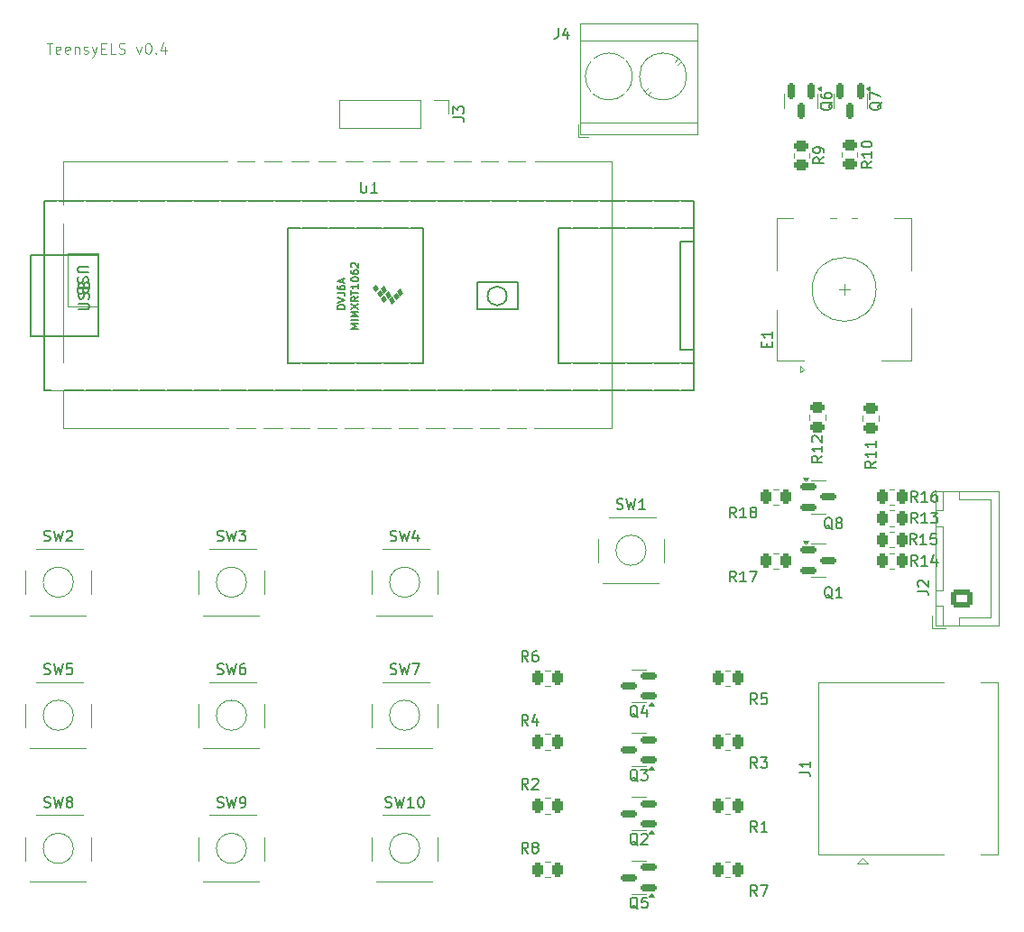
<source format=gto>
%TF.GenerationSoftware,KiCad,Pcbnew,8.0.8*%
%TF.CreationDate,2025-02-06T19:54:35+00:00*%
%TF.ProjectId,TeensyELS,5465656e-7379-4454-9c53-2e6b69636164,rev?*%
%TF.SameCoordinates,Original*%
%TF.FileFunction,Legend,Top*%
%TF.FilePolarity,Positive*%
%FSLAX46Y46*%
G04 Gerber Fmt 4.6, Leading zero omitted, Abs format (unit mm)*
G04 Created by KiCad (PCBNEW 8.0.8) date 2025-02-06 19:54:35*
%MOMM*%
%LPD*%
G01*
G04 APERTURE LIST*
G04 Aperture macros list*
%AMRoundRect*
0 Rectangle with rounded corners*
0 $1 Rounding radius*
0 $2 $3 $4 $5 $6 $7 $8 $9 X,Y pos of 4 corners*
0 Add a 4 corners polygon primitive as box body*
4,1,4,$2,$3,$4,$5,$6,$7,$8,$9,$2,$3,0*
0 Add four circle primitives for the rounded corners*
1,1,$1+$1,$2,$3*
1,1,$1+$1,$4,$5*
1,1,$1+$1,$6,$7*
1,1,$1+$1,$8,$9*
0 Add four rect primitives between the rounded corners*
20,1,$1+$1,$2,$3,$4,$5,0*
20,1,$1+$1,$4,$5,$6,$7,0*
20,1,$1+$1,$6,$7,$8,$9,0*
20,1,$1+$1,$8,$9,$2,$3,0*%
G04 Aperture macros list end*
%ADD10C,0.100000*%
%ADD11C,0.150000*%
%ADD12C,0.120000*%
%ADD13RoundRect,0.150000X0.587500X0.150000X-0.587500X0.150000X-0.587500X-0.150000X0.587500X-0.150000X0*%
%ADD14RoundRect,0.250000X0.262500X0.450000X-0.262500X0.450000X-0.262500X-0.450000X0.262500X-0.450000X0*%
%ADD15O,1.270000X2.540000*%
%ADD16RoundRect,0.250000X-0.262500X-0.450000X0.262500X-0.450000X0.262500X0.450000X-0.262500X0.450000X0*%
%ADD17RoundRect,0.150000X-0.587500X-0.150000X0.587500X-0.150000X0.587500X0.150000X-0.587500X0.150000X0*%
%ADD18RoundRect,0.150000X-0.150000X0.587500X-0.150000X-0.587500X0.150000X-0.587500X0.150000X0.587500X0*%
%ADD19RoundRect,0.250000X-0.450000X0.262500X-0.450000X-0.262500X0.450000X-0.262500X0.450000X0.262500X0*%
%ADD20RoundRect,0.250000X0.450000X-0.262500X0.450000X0.262500X-0.450000X0.262500X-0.450000X-0.262500X0*%
%ADD21C,3.250000*%
%ADD22RoundRect,0.250000X0.725000X-0.600000X0.725000X0.600000X-0.725000X0.600000X-0.725000X-0.600000X0*%
%ADD23O,1.950000X1.700000*%
%ADD24R,2.400000X2.400000*%
%ADD25C,2.400000*%
%ADD26R,1.270000X2.540000*%
%ADD27R,1.700000X1.700000*%
%ADD28C,1.700000*%
%ADD29R,1.500000X1.500000*%
%ADD30C,1.500000*%
%ADD31C,3.000000*%
%ADD32O,1.700000X1.700000*%
%ADD33R,2.000000X2.000000*%
%ADD34C,2.000000*%
%ADD35R,2.500000X3.000000*%
G04 APERTURE END LIST*
D10*
X21661027Y-26872419D02*
X22232455Y-26872419D01*
X21946741Y-27872419D02*
X21946741Y-26872419D01*
X22946741Y-27824800D02*
X22851503Y-27872419D01*
X22851503Y-27872419D02*
X22661027Y-27872419D01*
X22661027Y-27872419D02*
X22565789Y-27824800D01*
X22565789Y-27824800D02*
X22518170Y-27729561D01*
X22518170Y-27729561D02*
X22518170Y-27348609D01*
X22518170Y-27348609D02*
X22565789Y-27253371D01*
X22565789Y-27253371D02*
X22661027Y-27205752D01*
X22661027Y-27205752D02*
X22851503Y-27205752D01*
X22851503Y-27205752D02*
X22946741Y-27253371D01*
X22946741Y-27253371D02*
X22994360Y-27348609D01*
X22994360Y-27348609D02*
X22994360Y-27443847D01*
X22994360Y-27443847D02*
X22518170Y-27539085D01*
X23803884Y-27824800D02*
X23708646Y-27872419D01*
X23708646Y-27872419D02*
X23518170Y-27872419D01*
X23518170Y-27872419D02*
X23422932Y-27824800D01*
X23422932Y-27824800D02*
X23375313Y-27729561D01*
X23375313Y-27729561D02*
X23375313Y-27348609D01*
X23375313Y-27348609D02*
X23422932Y-27253371D01*
X23422932Y-27253371D02*
X23518170Y-27205752D01*
X23518170Y-27205752D02*
X23708646Y-27205752D01*
X23708646Y-27205752D02*
X23803884Y-27253371D01*
X23803884Y-27253371D02*
X23851503Y-27348609D01*
X23851503Y-27348609D02*
X23851503Y-27443847D01*
X23851503Y-27443847D02*
X23375313Y-27539085D01*
X24280075Y-27205752D02*
X24280075Y-27872419D01*
X24280075Y-27300990D02*
X24327694Y-27253371D01*
X24327694Y-27253371D02*
X24422932Y-27205752D01*
X24422932Y-27205752D02*
X24565789Y-27205752D01*
X24565789Y-27205752D02*
X24661027Y-27253371D01*
X24661027Y-27253371D02*
X24708646Y-27348609D01*
X24708646Y-27348609D02*
X24708646Y-27872419D01*
X25137218Y-27824800D02*
X25232456Y-27872419D01*
X25232456Y-27872419D02*
X25422932Y-27872419D01*
X25422932Y-27872419D02*
X25518170Y-27824800D01*
X25518170Y-27824800D02*
X25565789Y-27729561D01*
X25565789Y-27729561D02*
X25565789Y-27681942D01*
X25565789Y-27681942D02*
X25518170Y-27586704D01*
X25518170Y-27586704D02*
X25422932Y-27539085D01*
X25422932Y-27539085D02*
X25280075Y-27539085D01*
X25280075Y-27539085D02*
X25184837Y-27491466D01*
X25184837Y-27491466D02*
X25137218Y-27396228D01*
X25137218Y-27396228D02*
X25137218Y-27348609D01*
X25137218Y-27348609D02*
X25184837Y-27253371D01*
X25184837Y-27253371D02*
X25280075Y-27205752D01*
X25280075Y-27205752D02*
X25422932Y-27205752D01*
X25422932Y-27205752D02*
X25518170Y-27253371D01*
X25899123Y-27205752D02*
X26137218Y-27872419D01*
X26375313Y-27205752D02*
X26137218Y-27872419D01*
X26137218Y-27872419D02*
X26041980Y-28110514D01*
X26041980Y-28110514D02*
X25994361Y-28158133D01*
X25994361Y-28158133D02*
X25899123Y-28205752D01*
X26756266Y-27348609D02*
X27089599Y-27348609D01*
X27232456Y-27872419D02*
X26756266Y-27872419D01*
X26756266Y-27872419D02*
X26756266Y-26872419D01*
X26756266Y-26872419D02*
X27232456Y-26872419D01*
X28137218Y-27872419D02*
X27661028Y-27872419D01*
X27661028Y-27872419D02*
X27661028Y-26872419D01*
X28422933Y-27824800D02*
X28565790Y-27872419D01*
X28565790Y-27872419D02*
X28803885Y-27872419D01*
X28803885Y-27872419D02*
X28899123Y-27824800D01*
X28899123Y-27824800D02*
X28946742Y-27777180D01*
X28946742Y-27777180D02*
X28994361Y-27681942D01*
X28994361Y-27681942D02*
X28994361Y-27586704D01*
X28994361Y-27586704D02*
X28946742Y-27491466D01*
X28946742Y-27491466D02*
X28899123Y-27443847D01*
X28899123Y-27443847D02*
X28803885Y-27396228D01*
X28803885Y-27396228D02*
X28613409Y-27348609D01*
X28613409Y-27348609D02*
X28518171Y-27300990D01*
X28518171Y-27300990D02*
X28470552Y-27253371D01*
X28470552Y-27253371D02*
X28422933Y-27158133D01*
X28422933Y-27158133D02*
X28422933Y-27062895D01*
X28422933Y-27062895D02*
X28470552Y-26967657D01*
X28470552Y-26967657D02*
X28518171Y-26920038D01*
X28518171Y-26920038D02*
X28613409Y-26872419D01*
X28613409Y-26872419D02*
X28851504Y-26872419D01*
X28851504Y-26872419D02*
X28994361Y-26920038D01*
X30089600Y-27205752D02*
X30327695Y-27872419D01*
X30327695Y-27872419D02*
X30565790Y-27205752D01*
X31137219Y-26872419D02*
X31232457Y-26872419D01*
X31232457Y-26872419D02*
X31327695Y-26920038D01*
X31327695Y-26920038D02*
X31375314Y-26967657D01*
X31375314Y-26967657D02*
X31422933Y-27062895D01*
X31422933Y-27062895D02*
X31470552Y-27253371D01*
X31470552Y-27253371D02*
X31470552Y-27491466D01*
X31470552Y-27491466D02*
X31422933Y-27681942D01*
X31422933Y-27681942D02*
X31375314Y-27777180D01*
X31375314Y-27777180D02*
X31327695Y-27824800D01*
X31327695Y-27824800D02*
X31232457Y-27872419D01*
X31232457Y-27872419D02*
X31137219Y-27872419D01*
X31137219Y-27872419D02*
X31041981Y-27824800D01*
X31041981Y-27824800D02*
X30994362Y-27777180D01*
X30994362Y-27777180D02*
X30946743Y-27681942D01*
X30946743Y-27681942D02*
X30899124Y-27491466D01*
X30899124Y-27491466D02*
X30899124Y-27253371D01*
X30899124Y-27253371D02*
X30946743Y-27062895D01*
X30946743Y-27062895D02*
X30994362Y-26967657D01*
X30994362Y-26967657D02*
X31041981Y-26920038D01*
X31041981Y-26920038D02*
X31137219Y-26872419D01*
X31899124Y-27777180D02*
X31946743Y-27824800D01*
X31946743Y-27824800D02*
X31899124Y-27872419D01*
X31899124Y-27872419D02*
X31851505Y-27824800D01*
X31851505Y-27824800D02*
X31899124Y-27777180D01*
X31899124Y-27777180D02*
X31899124Y-27872419D01*
X32803885Y-27205752D02*
X32803885Y-27872419D01*
X32565790Y-26824800D02*
X32327695Y-27539085D01*
X32327695Y-27539085D02*
X32946742Y-27539085D01*
D11*
X77142261Y-96200057D02*
X77047023Y-96152438D01*
X77047023Y-96152438D02*
X76951785Y-96057200D01*
X76951785Y-96057200D02*
X76808928Y-95914342D01*
X76808928Y-95914342D02*
X76713690Y-95866723D01*
X76713690Y-95866723D02*
X76618452Y-95866723D01*
X76666071Y-96104819D02*
X76570833Y-96057200D01*
X76570833Y-96057200D02*
X76475595Y-95961961D01*
X76475595Y-95961961D02*
X76427976Y-95771485D01*
X76427976Y-95771485D02*
X76427976Y-95438152D01*
X76427976Y-95438152D02*
X76475595Y-95247676D01*
X76475595Y-95247676D02*
X76570833Y-95152438D01*
X76570833Y-95152438D02*
X76666071Y-95104819D01*
X76666071Y-95104819D02*
X76856547Y-95104819D01*
X76856547Y-95104819D02*
X76951785Y-95152438D01*
X76951785Y-95152438D02*
X77047023Y-95247676D01*
X77047023Y-95247676D02*
X77094642Y-95438152D01*
X77094642Y-95438152D02*
X77094642Y-95771485D01*
X77094642Y-95771485D02*
X77047023Y-95961961D01*
X77047023Y-95961961D02*
X76951785Y-96057200D01*
X76951785Y-96057200D02*
X76856547Y-96104819D01*
X76856547Y-96104819D02*
X76666071Y-96104819D01*
X77427976Y-95104819D02*
X78047023Y-95104819D01*
X78047023Y-95104819D02*
X77713690Y-95485771D01*
X77713690Y-95485771D02*
X77856547Y-95485771D01*
X77856547Y-95485771D02*
X77951785Y-95533390D01*
X77951785Y-95533390D02*
X77999404Y-95581009D01*
X77999404Y-95581009D02*
X78047023Y-95676247D01*
X78047023Y-95676247D02*
X78047023Y-95914342D01*
X78047023Y-95914342D02*
X77999404Y-96009580D01*
X77999404Y-96009580D02*
X77951785Y-96057200D01*
X77951785Y-96057200D02*
X77856547Y-96104819D01*
X77856547Y-96104819D02*
X77570833Y-96104819D01*
X77570833Y-96104819D02*
X77475595Y-96057200D01*
X77475595Y-96057200D02*
X77427976Y-96009580D01*
X86357142Y-71454819D02*
X86023809Y-70978628D01*
X85785714Y-71454819D02*
X85785714Y-70454819D01*
X85785714Y-70454819D02*
X86166666Y-70454819D01*
X86166666Y-70454819D02*
X86261904Y-70502438D01*
X86261904Y-70502438D02*
X86309523Y-70550057D01*
X86309523Y-70550057D02*
X86357142Y-70645295D01*
X86357142Y-70645295D02*
X86357142Y-70788152D01*
X86357142Y-70788152D02*
X86309523Y-70883390D01*
X86309523Y-70883390D02*
X86261904Y-70931009D01*
X86261904Y-70931009D02*
X86166666Y-70978628D01*
X86166666Y-70978628D02*
X85785714Y-70978628D01*
X87309523Y-71454819D02*
X86738095Y-71454819D01*
X87023809Y-71454819D02*
X87023809Y-70454819D01*
X87023809Y-70454819D02*
X86928571Y-70597676D01*
X86928571Y-70597676D02*
X86833333Y-70692914D01*
X86833333Y-70692914D02*
X86738095Y-70740533D01*
X87880952Y-70883390D02*
X87785714Y-70835771D01*
X87785714Y-70835771D02*
X87738095Y-70788152D01*
X87738095Y-70788152D02*
X87690476Y-70692914D01*
X87690476Y-70692914D02*
X87690476Y-70645295D01*
X87690476Y-70645295D02*
X87738095Y-70550057D01*
X87738095Y-70550057D02*
X87785714Y-70502438D01*
X87785714Y-70502438D02*
X87880952Y-70454819D01*
X87880952Y-70454819D02*
X88071428Y-70454819D01*
X88071428Y-70454819D02*
X88166666Y-70502438D01*
X88166666Y-70502438D02*
X88214285Y-70550057D01*
X88214285Y-70550057D02*
X88261904Y-70645295D01*
X88261904Y-70645295D02*
X88261904Y-70692914D01*
X88261904Y-70692914D02*
X88214285Y-70788152D01*
X88214285Y-70788152D02*
X88166666Y-70835771D01*
X88166666Y-70835771D02*
X88071428Y-70883390D01*
X88071428Y-70883390D02*
X87880952Y-70883390D01*
X87880952Y-70883390D02*
X87785714Y-70931009D01*
X87785714Y-70931009D02*
X87738095Y-70978628D01*
X87738095Y-70978628D02*
X87690476Y-71073866D01*
X87690476Y-71073866D02*
X87690476Y-71264342D01*
X87690476Y-71264342D02*
X87738095Y-71359580D01*
X87738095Y-71359580D02*
X87785714Y-71407200D01*
X87785714Y-71407200D02*
X87880952Y-71454819D01*
X87880952Y-71454819D02*
X88071428Y-71454819D01*
X88071428Y-71454819D02*
X88166666Y-71407200D01*
X88166666Y-71407200D02*
X88214285Y-71359580D01*
X88214285Y-71359580D02*
X88261904Y-71264342D01*
X88261904Y-71264342D02*
X88261904Y-71073866D01*
X88261904Y-71073866D02*
X88214285Y-70978628D01*
X88214285Y-70978628D02*
X88166666Y-70931009D01*
X88166666Y-70931009D02*
X88071428Y-70883390D01*
X25573866Y-47836035D02*
X24764343Y-47836035D01*
X24764343Y-47836035D02*
X24669105Y-47883654D01*
X24669105Y-47883654D02*
X24621486Y-47931273D01*
X24621486Y-47931273D02*
X24573866Y-48026511D01*
X24573866Y-48026511D02*
X24573866Y-48216987D01*
X24573866Y-48216987D02*
X24621486Y-48312225D01*
X24621486Y-48312225D02*
X24669105Y-48359844D01*
X24669105Y-48359844D02*
X24764343Y-48407463D01*
X24764343Y-48407463D02*
X25573866Y-48407463D01*
X24621486Y-48836035D02*
X24573866Y-48978892D01*
X24573866Y-48978892D02*
X24573866Y-49216987D01*
X24573866Y-49216987D02*
X24621486Y-49312225D01*
X24621486Y-49312225D02*
X24669105Y-49359844D01*
X24669105Y-49359844D02*
X24764343Y-49407463D01*
X24764343Y-49407463D02*
X24859581Y-49407463D01*
X24859581Y-49407463D02*
X24954819Y-49359844D01*
X24954819Y-49359844D02*
X25002438Y-49312225D01*
X25002438Y-49312225D02*
X25050057Y-49216987D01*
X25050057Y-49216987D02*
X25097676Y-49026511D01*
X25097676Y-49026511D02*
X25145295Y-48931273D01*
X25145295Y-48931273D02*
X25192914Y-48883654D01*
X25192914Y-48883654D02*
X25288152Y-48836035D01*
X25288152Y-48836035D02*
X25383390Y-48836035D01*
X25383390Y-48836035D02*
X25478628Y-48883654D01*
X25478628Y-48883654D02*
X25526247Y-48931273D01*
X25526247Y-48931273D02*
X25573866Y-49026511D01*
X25573866Y-49026511D02*
X25573866Y-49264606D01*
X25573866Y-49264606D02*
X25526247Y-49407463D01*
X25097676Y-50169368D02*
X25050057Y-50312225D01*
X25050057Y-50312225D02*
X25002438Y-50359844D01*
X25002438Y-50359844D02*
X24907200Y-50407463D01*
X24907200Y-50407463D02*
X24764343Y-50407463D01*
X24764343Y-50407463D02*
X24669105Y-50359844D01*
X24669105Y-50359844D02*
X24621486Y-50312225D01*
X24621486Y-50312225D02*
X24573866Y-50216987D01*
X24573866Y-50216987D02*
X24573866Y-49836035D01*
X24573866Y-49836035D02*
X25573866Y-49836035D01*
X25573866Y-49836035D02*
X25573866Y-50169368D01*
X25573866Y-50169368D02*
X25526247Y-50264606D01*
X25526247Y-50264606D02*
X25478628Y-50312225D01*
X25478628Y-50312225D02*
X25383390Y-50359844D01*
X25383390Y-50359844D02*
X25288152Y-50359844D01*
X25288152Y-50359844D02*
X25192914Y-50312225D01*
X25192914Y-50312225D02*
X25145295Y-50264606D01*
X25145295Y-50264606D02*
X25097676Y-50169368D01*
X25097676Y-50169368D02*
X25097676Y-49836035D01*
X66833333Y-90954819D02*
X66500000Y-90478628D01*
X66261905Y-90954819D02*
X66261905Y-89954819D01*
X66261905Y-89954819D02*
X66642857Y-89954819D01*
X66642857Y-89954819D02*
X66738095Y-90002438D01*
X66738095Y-90002438D02*
X66785714Y-90050057D01*
X66785714Y-90050057D02*
X66833333Y-90145295D01*
X66833333Y-90145295D02*
X66833333Y-90288152D01*
X66833333Y-90288152D02*
X66785714Y-90383390D01*
X66785714Y-90383390D02*
X66738095Y-90431009D01*
X66738095Y-90431009D02*
X66642857Y-90478628D01*
X66642857Y-90478628D02*
X66261905Y-90478628D01*
X67690476Y-90288152D02*
X67690476Y-90954819D01*
X67452381Y-89907200D02*
X67214286Y-90621485D01*
X67214286Y-90621485D02*
X67833333Y-90621485D01*
X95404761Y-72550057D02*
X95309523Y-72502438D01*
X95309523Y-72502438D02*
X95214285Y-72407200D01*
X95214285Y-72407200D02*
X95071428Y-72264342D01*
X95071428Y-72264342D02*
X94976190Y-72216723D01*
X94976190Y-72216723D02*
X94880952Y-72216723D01*
X94928571Y-72454819D02*
X94833333Y-72407200D01*
X94833333Y-72407200D02*
X94738095Y-72311961D01*
X94738095Y-72311961D02*
X94690476Y-72121485D01*
X94690476Y-72121485D02*
X94690476Y-71788152D01*
X94690476Y-71788152D02*
X94738095Y-71597676D01*
X94738095Y-71597676D02*
X94833333Y-71502438D01*
X94833333Y-71502438D02*
X94928571Y-71454819D01*
X94928571Y-71454819D02*
X95119047Y-71454819D01*
X95119047Y-71454819D02*
X95214285Y-71502438D01*
X95214285Y-71502438D02*
X95309523Y-71597676D01*
X95309523Y-71597676D02*
X95357142Y-71788152D01*
X95357142Y-71788152D02*
X95357142Y-72121485D01*
X95357142Y-72121485D02*
X95309523Y-72311961D01*
X95309523Y-72311961D02*
X95214285Y-72407200D01*
X95214285Y-72407200D02*
X95119047Y-72454819D01*
X95119047Y-72454819D02*
X94928571Y-72454819D01*
X95928571Y-71883390D02*
X95833333Y-71835771D01*
X95833333Y-71835771D02*
X95785714Y-71788152D01*
X95785714Y-71788152D02*
X95738095Y-71692914D01*
X95738095Y-71692914D02*
X95738095Y-71645295D01*
X95738095Y-71645295D02*
X95785714Y-71550057D01*
X95785714Y-71550057D02*
X95833333Y-71502438D01*
X95833333Y-71502438D02*
X95928571Y-71454819D01*
X95928571Y-71454819D02*
X96119047Y-71454819D01*
X96119047Y-71454819D02*
X96214285Y-71502438D01*
X96214285Y-71502438D02*
X96261904Y-71550057D01*
X96261904Y-71550057D02*
X96309523Y-71645295D01*
X96309523Y-71645295D02*
X96309523Y-71692914D01*
X96309523Y-71692914D02*
X96261904Y-71788152D01*
X96261904Y-71788152D02*
X96214285Y-71835771D01*
X96214285Y-71835771D02*
X96119047Y-71883390D01*
X96119047Y-71883390D02*
X95928571Y-71883390D01*
X95928571Y-71883390D02*
X95833333Y-71931009D01*
X95833333Y-71931009D02*
X95785714Y-71978628D01*
X95785714Y-71978628D02*
X95738095Y-72073866D01*
X95738095Y-72073866D02*
X95738095Y-72264342D01*
X95738095Y-72264342D02*
X95785714Y-72359580D01*
X95785714Y-72359580D02*
X95833333Y-72407200D01*
X95833333Y-72407200D02*
X95928571Y-72454819D01*
X95928571Y-72454819D02*
X96119047Y-72454819D01*
X96119047Y-72454819D02*
X96214285Y-72407200D01*
X96214285Y-72407200D02*
X96261904Y-72359580D01*
X96261904Y-72359580D02*
X96309523Y-72264342D01*
X96309523Y-72264342D02*
X96309523Y-72073866D01*
X96309523Y-72073866D02*
X96261904Y-71978628D01*
X96261904Y-71978628D02*
X96214285Y-71931009D01*
X96214285Y-71931009D02*
X96119047Y-71883390D01*
X100025057Y-32401488D02*
X99977438Y-32496726D01*
X99977438Y-32496726D02*
X99882200Y-32591964D01*
X99882200Y-32591964D02*
X99739342Y-32734821D01*
X99739342Y-32734821D02*
X99691723Y-32830059D01*
X99691723Y-32830059D02*
X99691723Y-32925297D01*
X99929819Y-32877678D02*
X99882200Y-32972916D01*
X99882200Y-32972916D02*
X99786961Y-33068154D01*
X99786961Y-33068154D02*
X99596485Y-33115773D01*
X99596485Y-33115773D02*
X99263152Y-33115773D01*
X99263152Y-33115773D02*
X99072676Y-33068154D01*
X99072676Y-33068154D02*
X98977438Y-32972916D01*
X98977438Y-32972916D02*
X98929819Y-32877678D01*
X98929819Y-32877678D02*
X98929819Y-32687202D01*
X98929819Y-32687202D02*
X98977438Y-32591964D01*
X98977438Y-32591964D02*
X99072676Y-32496726D01*
X99072676Y-32496726D02*
X99263152Y-32449107D01*
X99263152Y-32449107D02*
X99596485Y-32449107D01*
X99596485Y-32449107D02*
X99786961Y-32496726D01*
X99786961Y-32496726D02*
X99882200Y-32591964D01*
X99882200Y-32591964D02*
X99929819Y-32687202D01*
X99929819Y-32687202D02*
X99929819Y-32877678D01*
X98929819Y-32115773D02*
X98929819Y-31449107D01*
X98929819Y-31449107D02*
X99929819Y-31877678D01*
X99454819Y-66142857D02*
X98978628Y-66476190D01*
X99454819Y-66714285D02*
X98454819Y-66714285D01*
X98454819Y-66714285D02*
X98454819Y-66333333D01*
X98454819Y-66333333D02*
X98502438Y-66238095D01*
X98502438Y-66238095D02*
X98550057Y-66190476D01*
X98550057Y-66190476D02*
X98645295Y-66142857D01*
X98645295Y-66142857D02*
X98788152Y-66142857D01*
X98788152Y-66142857D02*
X98883390Y-66190476D01*
X98883390Y-66190476D02*
X98931009Y-66238095D01*
X98931009Y-66238095D02*
X98978628Y-66333333D01*
X98978628Y-66333333D02*
X98978628Y-66714285D01*
X99454819Y-65190476D02*
X99454819Y-65761904D01*
X99454819Y-65476190D02*
X98454819Y-65476190D01*
X98454819Y-65476190D02*
X98597676Y-65571428D01*
X98597676Y-65571428D02*
X98692914Y-65666666D01*
X98692914Y-65666666D02*
X98740533Y-65761904D01*
X99454819Y-64238095D02*
X99454819Y-64809523D01*
X99454819Y-64523809D02*
X98454819Y-64523809D01*
X98454819Y-64523809D02*
X98597676Y-64619047D01*
X98597676Y-64619047D02*
X98692914Y-64714285D01*
X98692914Y-64714285D02*
X98740533Y-64809523D01*
X94454819Y-65642857D02*
X93978628Y-65976190D01*
X94454819Y-66214285D02*
X93454819Y-66214285D01*
X93454819Y-66214285D02*
X93454819Y-65833333D01*
X93454819Y-65833333D02*
X93502438Y-65738095D01*
X93502438Y-65738095D02*
X93550057Y-65690476D01*
X93550057Y-65690476D02*
X93645295Y-65642857D01*
X93645295Y-65642857D02*
X93788152Y-65642857D01*
X93788152Y-65642857D02*
X93883390Y-65690476D01*
X93883390Y-65690476D02*
X93931009Y-65738095D01*
X93931009Y-65738095D02*
X93978628Y-65833333D01*
X93978628Y-65833333D02*
X93978628Y-66214285D01*
X94454819Y-64690476D02*
X94454819Y-65261904D01*
X94454819Y-64976190D02*
X93454819Y-64976190D01*
X93454819Y-64976190D02*
X93597676Y-65071428D01*
X93597676Y-65071428D02*
X93692914Y-65166666D01*
X93692914Y-65166666D02*
X93740533Y-65261904D01*
X93550057Y-64309523D02*
X93502438Y-64261904D01*
X93502438Y-64261904D02*
X93454819Y-64166666D01*
X93454819Y-64166666D02*
X93454819Y-63928571D01*
X93454819Y-63928571D02*
X93502438Y-63833333D01*
X93502438Y-63833333D02*
X93550057Y-63785714D01*
X93550057Y-63785714D02*
X93645295Y-63738095D01*
X93645295Y-63738095D02*
X93740533Y-63738095D01*
X93740533Y-63738095D02*
X93883390Y-63785714D01*
X93883390Y-63785714D02*
X94454819Y-64357142D01*
X94454819Y-64357142D02*
X94454819Y-63738095D01*
X103404819Y-78333333D02*
X104119104Y-78333333D01*
X104119104Y-78333333D02*
X104261961Y-78380952D01*
X104261961Y-78380952D02*
X104357200Y-78476190D01*
X104357200Y-78476190D02*
X104404819Y-78619047D01*
X104404819Y-78619047D02*
X104404819Y-78714285D01*
X103500057Y-77904761D02*
X103452438Y-77857142D01*
X103452438Y-77857142D02*
X103404819Y-77761904D01*
X103404819Y-77761904D02*
X103404819Y-77523809D01*
X103404819Y-77523809D02*
X103452438Y-77428571D01*
X103452438Y-77428571D02*
X103500057Y-77380952D01*
X103500057Y-77380952D02*
X103595295Y-77333333D01*
X103595295Y-77333333D02*
X103690533Y-77333333D01*
X103690533Y-77333333D02*
X103833390Y-77380952D01*
X103833390Y-77380952D02*
X104404819Y-77952380D01*
X104404819Y-77952380D02*
X104404819Y-77333333D01*
X69666666Y-25454819D02*
X69666666Y-26169104D01*
X69666666Y-26169104D02*
X69619047Y-26311961D01*
X69619047Y-26311961D02*
X69523809Y-26407200D01*
X69523809Y-26407200D02*
X69380952Y-26454819D01*
X69380952Y-26454819D02*
X69285714Y-26454819D01*
X70571428Y-25788152D02*
X70571428Y-26454819D01*
X70333333Y-25407200D02*
X70095238Y-26121485D01*
X70095238Y-26121485D02*
X70714285Y-26121485D01*
X51108095Y-39914819D02*
X51108095Y-40724342D01*
X51108095Y-40724342D02*
X51155714Y-40819580D01*
X51155714Y-40819580D02*
X51203333Y-40867200D01*
X51203333Y-40867200D02*
X51298571Y-40914819D01*
X51298571Y-40914819D02*
X51489047Y-40914819D01*
X51489047Y-40914819D02*
X51584285Y-40867200D01*
X51584285Y-40867200D02*
X51631904Y-40819580D01*
X51631904Y-40819580D02*
X51679523Y-40724342D01*
X51679523Y-40724342D02*
X51679523Y-39914819D01*
X52679523Y-40914819D02*
X52108095Y-40914819D01*
X52393809Y-40914819D02*
X52393809Y-39914819D01*
X52393809Y-39914819D02*
X52298571Y-40057676D01*
X52298571Y-40057676D02*
X52203333Y-40152914D01*
X52203333Y-40152914D02*
X52108095Y-40200533D01*
X49646033Y-51823333D02*
X48946033Y-51823333D01*
X48946033Y-51823333D02*
X48946033Y-51656666D01*
X48946033Y-51656666D02*
X48979366Y-51556666D01*
X48979366Y-51556666D02*
X49046033Y-51490000D01*
X49046033Y-51490000D02*
X49112700Y-51456666D01*
X49112700Y-51456666D02*
X49246033Y-51423333D01*
X49246033Y-51423333D02*
X49346033Y-51423333D01*
X49346033Y-51423333D02*
X49479366Y-51456666D01*
X49479366Y-51456666D02*
X49546033Y-51490000D01*
X49546033Y-51490000D02*
X49612700Y-51556666D01*
X49612700Y-51556666D02*
X49646033Y-51656666D01*
X49646033Y-51656666D02*
X49646033Y-51823333D01*
X48946033Y-51223333D02*
X49646033Y-50990000D01*
X49646033Y-50990000D02*
X48946033Y-50756666D01*
X48946033Y-50323333D02*
X49446033Y-50323333D01*
X49446033Y-50323333D02*
X49546033Y-50356666D01*
X49546033Y-50356666D02*
X49612700Y-50423333D01*
X49612700Y-50423333D02*
X49646033Y-50523333D01*
X49646033Y-50523333D02*
X49646033Y-50590000D01*
X48946033Y-49690000D02*
X48946033Y-49823333D01*
X48946033Y-49823333D02*
X48979366Y-49890000D01*
X48979366Y-49890000D02*
X49012700Y-49923333D01*
X49012700Y-49923333D02*
X49112700Y-49990000D01*
X49112700Y-49990000D02*
X49246033Y-50023333D01*
X49246033Y-50023333D02*
X49512700Y-50023333D01*
X49512700Y-50023333D02*
X49579366Y-49990000D01*
X49579366Y-49990000D02*
X49612700Y-49956667D01*
X49612700Y-49956667D02*
X49646033Y-49890000D01*
X49646033Y-49890000D02*
X49646033Y-49756667D01*
X49646033Y-49756667D02*
X49612700Y-49690000D01*
X49612700Y-49690000D02*
X49579366Y-49656667D01*
X49579366Y-49656667D02*
X49512700Y-49623333D01*
X49512700Y-49623333D02*
X49346033Y-49623333D01*
X49346033Y-49623333D02*
X49279366Y-49656667D01*
X49279366Y-49656667D02*
X49246033Y-49690000D01*
X49246033Y-49690000D02*
X49212700Y-49756667D01*
X49212700Y-49756667D02*
X49212700Y-49890000D01*
X49212700Y-49890000D02*
X49246033Y-49956667D01*
X49246033Y-49956667D02*
X49279366Y-49990000D01*
X49279366Y-49990000D02*
X49346033Y-50023333D01*
X49446033Y-49356666D02*
X49446033Y-49023333D01*
X49646033Y-49423333D02*
X48946033Y-49190000D01*
X48946033Y-49190000D02*
X49646033Y-48956666D01*
X50916033Y-53703333D02*
X50216033Y-53703333D01*
X50216033Y-53703333D02*
X50716033Y-53470000D01*
X50716033Y-53470000D02*
X50216033Y-53236666D01*
X50216033Y-53236666D02*
X50916033Y-53236666D01*
X50916033Y-52903333D02*
X50216033Y-52903333D01*
X50916033Y-52570000D02*
X50216033Y-52570000D01*
X50216033Y-52570000D02*
X50716033Y-52336667D01*
X50716033Y-52336667D02*
X50216033Y-52103333D01*
X50216033Y-52103333D02*
X50916033Y-52103333D01*
X50216033Y-51836667D02*
X50916033Y-51370000D01*
X50216033Y-51370000D02*
X50916033Y-51836667D01*
X50916033Y-50703333D02*
X50582700Y-50936666D01*
X50916033Y-51103333D02*
X50216033Y-51103333D01*
X50216033Y-51103333D02*
X50216033Y-50836666D01*
X50216033Y-50836666D02*
X50249366Y-50770000D01*
X50249366Y-50770000D02*
X50282700Y-50736666D01*
X50282700Y-50736666D02*
X50349366Y-50703333D01*
X50349366Y-50703333D02*
X50449366Y-50703333D01*
X50449366Y-50703333D02*
X50516033Y-50736666D01*
X50516033Y-50736666D02*
X50549366Y-50770000D01*
X50549366Y-50770000D02*
X50582700Y-50836666D01*
X50582700Y-50836666D02*
X50582700Y-51103333D01*
X50216033Y-50503333D02*
X50216033Y-50103333D01*
X50916033Y-50303333D02*
X50216033Y-50303333D01*
X50916033Y-49503333D02*
X50916033Y-49903333D01*
X50916033Y-49703333D02*
X50216033Y-49703333D01*
X50216033Y-49703333D02*
X50316033Y-49770000D01*
X50316033Y-49770000D02*
X50382700Y-49836667D01*
X50382700Y-49836667D02*
X50416033Y-49903333D01*
X50216033Y-49070000D02*
X50216033Y-49003333D01*
X50216033Y-49003333D02*
X50249366Y-48936666D01*
X50249366Y-48936666D02*
X50282700Y-48903333D01*
X50282700Y-48903333D02*
X50349366Y-48870000D01*
X50349366Y-48870000D02*
X50482700Y-48836666D01*
X50482700Y-48836666D02*
X50649366Y-48836666D01*
X50649366Y-48836666D02*
X50782700Y-48870000D01*
X50782700Y-48870000D02*
X50849366Y-48903333D01*
X50849366Y-48903333D02*
X50882700Y-48936666D01*
X50882700Y-48936666D02*
X50916033Y-49003333D01*
X50916033Y-49003333D02*
X50916033Y-49070000D01*
X50916033Y-49070000D02*
X50882700Y-49136666D01*
X50882700Y-49136666D02*
X50849366Y-49170000D01*
X50849366Y-49170000D02*
X50782700Y-49203333D01*
X50782700Y-49203333D02*
X50649366Y-49236666D01*
X50649366Y-49236666D02*
X50482700Y-49236666D01*
X50482700Y-49236666D02*
X50349366Y-49203333D01*
X50349366Y-49203333D02*
X50282700Y-49170000D01*
X50282700Y-49170000D02*
X50249366Y-49136666D01*
X50249366Y-49136666D02*
X50216033Y-49070000D01*
X50216033Y-48236666D02*
X50216033Y-48369999D01*
X50216033Y-48369999D02*
X50249366Y-48436666D01*
X50249366Y-48436666D02*
X50282700Y-48469999D01*
X50282700Y-48469999D02*
X50382700Y-48536666D01*
X50382700Y-48536666D02*
X50516033Y-48569999D01*
X50516033Y-48569999D02*
X50782700Y-48569999D01*
X50782700Y-48569999D02*
X50849366Y-48536666D01*
X50849366Y-48536666D02*
X50882700Y-48503333D01*
X50882700Y-48503333D02*
X50916033Y-48436666D01*
X50916033Y-48436666D02*
X50916033Y-48303333D01*
X50916033Y-48303333D02*
X50882700Y-48236666D01*
X50882700Y-48236666D02*
X50849366Y-48203333D01*
X50849366Y-48203333D02*
X50782700Y-48169999D01*
X50782700Y-48169999D02*
X50616033Y-48169999D01*
X50616033Y-48169999D02*
X50549366Y-48203333D01*
X50549366Y-48203333D02*
X50516033Y-48236666D01*
X50516033Y-48236666D02*
X50482700Y-48303333D01*
X50482700Y-48303333D02*
X50482700Y-48436666D01*
X50482700Y-48436666D02*
X50516033Y-48503333D01*
X50516033Y-48503333D02*
X50549366Y-48536666D01*
X50549366Y-48536666D02*
X50616033Y-48569999D01*
X50282700Y-47903332D02*
X50249366Y-47869999D01*
X50249366Y-47869999D02*
X50216033Y-47803332D01*
X50216033Y-47803332D02*
X50216033Y-47636666D01*
X50216033Y-47636666D02*
X50249366Y-47569999D01*
X50249366Y-47569999D02*
X50282700Y-47536666D01*
X50282700Y-47536666D02*
X50349366Y-47503332D01*
X50349366Y-47503332D02*
X50416033Y-47503332D01*
X50416033Y-47503332D02*
X50516033Y-47536666D01*
X50516033Y-47536666D02*
X50916033Y-47936666D01*
X50916033Y-47936666D02*
X50916033Y-47503332D01*
X24654819Y-51881904D02*
X25464342Y-51881904D01*
X25464342Y-51881904D02*
X25559580Y-51834285D01*
X25559580Y-51834285D02*
X25607200Y-51786666D01*
X25607200Y-51786666D02*
X25654819Y-51691428D01*
X25654819Y-51691428D02*
X25654819Y-51500952D01*
X25654819Y-51500952D02*
X25607200Y-51405714D01*
X25607200Y-51405714D02*
X25559580Y-51358095D01*
X25559580Y-51358095D02*
X25464342Y-51310476D01*
X25464342Y-51310476D02*
X24654819Y-51310476D01*
X25607200Y-50881904D02*
X25654819Y-50739047D01*
X25654819Y-50739047D02*
X25654819Y-50500952D01*
X25654819Y-50500952D02*
X25607200Y-50405714D01*
X25607200Y-50405714D02*
X25559580Y-50358095D01*
X25559580Y-50358095D02*
X25464342Y-50310476D01*
X25464342Y-50310476D02*
X25369104Y-50310476D01*
X25369104Y-50310476D02*
X25273866Y-50358095D01*
X25273866Y-50358095D02*
X25226247Y-50405714D01*
X25226247Y-50405714D02*
X25178628Y-50500952D01*
X25178628Y-50500952D02*
X25131009Y-50691428D01*
X25131009Y-50691428D02*
X25083390Y-50786666D01*
X25083390Y-50786666D02*
X25035771Y-50834285D01*
X25035771Y-50834285D02*
X24940533Y-50881904D01*
X24940533Y-50881904D02*
X24845295Y-50881904D01*
X24845295Y-50881904D02*
X24750057Y-50834285D01*
X24750057Y-50834285D02*
X24702438Y-50786666D01*
X24702438Y-50786666D02*
X24654819Y-50691428D01*
X24654819Y-50691428D02*
X24654819Y-50453333D01*
X24654819Y-50453333D02*
X24702438Y-50310476D01*
X25131009Y-49548571D02*
X25178628Y-49405714D01*
X25178628Y-49405714D02*
X25226247Y-49358095D01*
X25226247Y-49358095D02*
X25321485Y-49310476D01*
X25321485Y-49310476D02*
X25464342Y-49310476D01*
X25464342Y-49310476D02*
X25559580Y-49358095D01*
X25559580Y-49358095D02*
X25607200Y-49405714D01*
X25607200Y-49405714D02*
X25654819Y-49500952D01*
X25654819Y-49500952D02*
X25654819Y-49881904D01*
X25654819Y-49881904D02*
X24654819Y-49881904D01*
X24654819Y-49881904D02*
X24654819Y-49548571D01*
X24654819Y-49548571D02*
X24702438Y-49453333D01*
X24702438Y-49453333D02*
X24750057Y-49405714D01*
X24750057Y-49405714D02*
X24845295Y-49358095D01*
X24845295Y-49358095D02*
X24940533Y-49358095D01*
X24940533Y-49358095D02*
X25035771Y-49405714D01*
X25035771Y-49405714D02*
X25083390Y-49453333D01*
X25083390Y-49453333D02*
X25131009Y-49548571D01*
X25131009Y-49548571D02*
X25131009Y-49881904D01*
X88333333Y-106954819D02*
X88000000Y-106478628D01*
X87761905Y-106954819D02*
X87761905Y-105954819D01*
X87761905Y-105954819D02*
X88142857Y-105954819D01*
X88142857Y-105954819D02*
X88238095Y-106002438D01*
X88238095Y-106002438D02*
X88285714Y-106050057D01*
X88285714Y-106050057D02*
X88333333Y-106145295D01*
X88333333Y-106145295D02*
X88333333Y-106288152D01*
X88333333Y-106288152D02*
X88285714Y-106383390D01*
X88285714Y-106383390D02*
X88238095Y-106431009D01*
X88238095Y-106431009D02*
X88142857Y-106478628D01*
X88142857Y-106478628D02*
X87761905Y-106478628D01*
X88666667Y-105954819D02*
X89333333Y-105954819D01*
X89333333Y-105954819D02*
X88904762Y-106954819D01*
X21416667Y-98607200D02*
X21559524Y-98654819D01*
X21559524Y-98654819D02*
X21797619Y-98654819D01*
X21797619Y-98654819D02*
X21892857Y-98607200D01*
X21892857Y-98607200D02*
X21940476Y-98559580D01*
X21940476Y-98559580D02*
X21988095Y-98464342D01*
X21988095Y-98464342D02*
X21988095Y-98369104D01*
X21988095Y-98369104D02*
X21940476Y-98273866D01*
X21940476Y-98273866D02*
X21892857Y-98226247D01*
X21892857Y-98226247D02*
X21797619Y-98178628D01*
X21797619Y-98178628D02*
X21607143Y-98131009D01*
X21607143Y-98131009D02*
X21511905Y-98083390D01*
X21511905Y-98083390D02*
X21464286Y-98035771D01*
X21464286Y-98035771D02*
X21416667Y-97940533D01*
X21416667Y-97940533D02*
X21416667Y-97845295D01*
X21416667Y-97845295D02*
X21464286Y-97750057D01*
X21464286Y-97750057D02*
X21511905Y-97702438D01*
X21511905Y-97702438D02*
X21607143Y-97654819D01*
X21607143Y-97654819D02*
X21845238Y-97654819D01*
X21845238Y-97654819D02*
X21988095Y-97702438D01*
X22321429Y-97654819D02*
X22559524Y-98654819D01*
X22559524Y-98654819D02*
X22750000Y-97940533D01*
X22750000Y-97940533D02*
X22940476Y-98654819D01*
X22940476Y-98654819D02*
X23178572Y-97654819D01*
X23702381Y-98083390D02*
X23607143Y-98035771D01*
X23607143Y-98035771D02*
X23559524Y-97988152D01*
X23559524Y-97988152D02*
X23511905Y-97892914D01*
X23511905Y-97892914D02*
X23511905Y-97845295D01*
X23511905Y-97845295D02*
X23559524Y-97750057D01*
X23559524Y-97750057D02*
X23607143Y-97702438D01*
X23607143Y-97702438D02*
X23702381Y-97654819D01*
X23702381Y-97654819D02*
X23892857Y-97654819D01*
X23892857Y-97654819D02*
X23988095Y-97702438D01*
X23988095Y-97702438D02*
X24035714Y-97750057D01*
X24035714Y-97750057D02*
X24083333Y-97845295D01*
X24083333Y-97845295D02*
X24083333Y-97892914D01*
X24083333Y-97892914D02*
X24035714Y-97988152D01*
X24035714Y-97988152D02*
X23988095Y-98035771D01*
X23988095Y-98035771D02*
X23892857Y-98083390D01*
X23892857Y-98083390D02*
X23702381Y-98083390D01*
X23702381Y-98083390D02*
X23607143Y-98131009D01*
X23607143Y-98131009D02*
X23559524Y-98178628D01*
X23559524Y-98178628D02*
X23511905Y-98273866D01*
X23511905Y-98273866D02*
X23511905Y-98464342D01*
X23511905Y-98464342D02*
X23559524Y-98559580D01*
X23559524Y-98559580D02*
X23607143Y-98607200D01*
X23607143Y-98607200D02*
X23702381Y-98654819D01*
X23702381Y-98654819D02*
X23892857Y-98654819D01*
X23892857Y-98654819D02*
X23988095Y-98607200D01*
X23988095Y-98607200D02*
X24035714Y-98559580D01*
X24035714Y-98559580D02*
X24083333Y-98464342D01*
X24083333Y-98464342D02*
X24083333Y-98273866D01*
X24083333Y-98273866D02*
X24035714Y-98178628D01*
X24035714Y-98178628D02*
X23988095Y-98131009D01*
X23988095Y-98131009D02*
X23892857Y-98083390D01*
X103357142Y-75954819D02*
X103023809Y-75478628D01*
X102785714Y-75954819D02*
X102785714Y-74954819D01*
X102785714Y-74954819D02*
X103166666Y-74954819D01*
X103166666Y-74954819D02*
X103261904Y-75002438D01*
X103261904Y-75002438D02*
X103309523Y-75050057D01*
X103309523Y-75050057D02*
X103357142Y-75145295D01*
X103357142Y-75145295D02*
X103357142Y-75288152D01*
X103357142Y-75288152D02*
X103309523Y-75383390D01*
X103309523Y-75383390D02*
X103261904Y-75431009D01*
X103261904Y-75431009D02*
X103166666Y-75478628D01*
X103166666Y-75478628D02*
X102785714Y-75478628D01*
X104309523Y-75954819D02*
X103738095Y-75954819D01*
X104023809Y-75954819D02*
X104023809Y-74954819D01*
X104023809Y-74954819D02*
X103928571Y-75097676D01*
X103928571Y-75097676D02*
X103833333Y-75192914D01*
X103833333Y-75192914D02*
X103738095Y-75240533D01*
X105166666Y-75288152D02*
X105166666Y-75954819D01*
X104928571Y-74907200D02*
X104690476Y-75621485D01*
X104690476Y-75621485D02*
X105309523Y-75621485D01*
X88333333Y-100954819D02*
X88000000Y-100478628D01*
X87761905Y-100954819D02*
X87761905Y-99954819D01*
X87761905Y-99954819D02*
X88142857Y-99954819D01*
X88142857Y-99954819D02*
X88238095Y-100002438D01*
X88238095Y-100002438D02*
X88285714Y-100050057D01*
X88285714Y-100050057D02*
X88333333Y-100145295D01*
X88333333Y-100145295D02*
X88333333Y-100288152D01*
X88333333Y-100288152D02*
X88285714Y-100383390D01*
X88285714Y-100383390D02*
X88238095Y-100431009D01*
X88238095Y-100431009D02*
X88142857Y-100478628D01*
X88142857Y-100478628D02*
X87761905Y-100478628D01*
X89285714Y-100954819D02*
X88714286Y-100954819D01*
X89000000Y-100954819D02*
X89000000Y-99954819D01*
X89000000Y-99954819D02*
X88904762Y-100097676D01*
X88904762Y-100097676D02*
X88809524Y-100192914D01*
X88809524Y-100192914D02*
X88714286Y-100240533D01*
X66833333Y-84954819D02*
X66500000Y-84478628D01*
X66261905Y-84954819D02*
X66261905Y-83954819D01*
X66261905Y-83954819D02*
X66642857Y-83954819D01*
X66642857Y-83954819D02*
X66738095Y-84002438D01*
X66738095Y-84002438D02*
X66785714Y-84050057D01*
X66785714Y-84050057D02*
X66833333Y-84145295D01*
X66833333Y-84145295D02*
X66833333Y-84288152D01*
X66833333Y-84288152D02*
X66785714Y-84383390D01*
X66785714Y-84383390D02*
X66738095Y-84431009D01*
X66738095Y-84431009D02*
X66642857Y-84478628D01*
X66642857Y-84478628D02*
X66261905Y-84478628D01*
X67690476Y-83954819D02*
X67500000Y-83954819D01*
X67500000Y-83954819D02*
X67404762Y-84002438D01*
X67404762Y-84002438D02*
X67357143Y-84050057D01*
X67357143Y-84050057D02*
X67261905Y-84192914D01*
X67261905Y-84192914D02*
X67214286Y-84383390D01*
X67214286Y-84383390D02*
X67214286Y-84764342D01*
X67214286Y-84764342D02*
X67261905Y-84859580D01*
X67261905Y-84859580D02*
X67309524Y-84907200D01*
X67309524Y-84907200D02*
X67404762Y-84954819D01*
X67404762Y-84954819D02*
X67595238Y-84954819D01*
X67595238Y-84954819D02*
X67690476Y-84907200D01*
X67690476Y-84907200D02*
X67738095Y-84859580D01*
X67738095Y-84859580D02*
X67785714Y-84764342D01*
X67785714Y-84764342D02*
X67785714Y-84526247D01*
X67785714Y-84526247D02*
X67738095Y-84431009D01*
X67738095Y-84431009D02*
X67690476Y-84383390D01*
X67690476Y-84383390D02*
X67595238Y-84335771D01*
X67595238Y-84335771D02*
X67404762Y-84335771D01*
X67404762Y-84335771D02*
X67309524Y-84383390D01*
X67309524Y-84383390D02*
X67261905Y-84431009D01*
X67261905Y-84431009D02*
X67214286Y-84526247D01*
X37666667Y-86107200D02*
X37809524Y-86154819D01*
X37809524Y-86154819D02*
X38047619Y-86154819D01*
X38047619Y-86154819D02*
X38142857Y-86107200D01*
X38142857Y-86107200D02*
X38190476Y-86059580D01*
X38190476Y-86059580D02*
X38238095Y-85964342D01*
X38238095Y-85964342D02*
X38238095Y-85869104D01*
X38238095Y-85869104D02*
X38190476Y-85773866D01*
X38190476Y-85773866D02*
X38142857Y-85726247D01*
X38142857Y-85726247D02*
X38047619Y-85678628D01*
X38047619Y-85678628D02*
X37857143Y-85631009D01*
X37857143Y-85631009D02*
X37761905Y-85583390D01*
X37761905Y-85583390D02*
X37714286Y-85535771D01*
X37714286Y-85535771D02*
X37666667Y-85440533D01*
X37666667Y-85440533D02*
X37666667Y-85345295D01*
X37666667Y-85345295D02*
X37714286Y-85250057D01*
X37714286Y-85250057D02*
X37761905Y-85202438D01*
X37761905Y-85202438D02*
X37857143Y-85154819D01*
X37857143Y-85154819D02*
X38095238Y-85154819D01*
X38095238Y-85154819D02*
X38238095Y-85202438D01*
X38571429Y-85154819D02*
X38809524Y-86154819D01*
X38809524Y-86154819D02*
X39000000Y-85440533D01*
X39000000Y-85440533D02*
X39190476Y-86154819D01*
X39190476Y-86154819D02*
X39428572Y-85154819D01*
X40238095Y-85154819D02*
X40047619Y-85154819D01*
X40047619Y-85154819D02*
X39952381Y-85202438D01*
X39952381Y-85202438D02*
X39904762Y-85250057D01*
X39904762Y-85250057D02*
X39809524Y-85392914D01*
X39809524Y-85392914D02*
X39761905Y-85583390D01*
X39761905Y-85583390D02*
X39761905Y-85964342D01*
X39761905Y-85964342D02*
X39809524Y-86059580D01*
X39809524Y-86059580D02*
X39857143Y-86107200D01*
X39857143Y-86107200D02*
X39952381Y-86154819D01*
X39952381Y-86154819D02*
X40142857Y-86154819D01*
X40142857Y-86154819D02*
X40238095Y-86107200D01*
X40238095Y-86107200D02*
X40285714Y-86059580D01*
X40285714Y-86059580D02*
X40333333Y-85964342D01*
X40333333Y-85964342D02*
X40333333Y-85726247D01*
X40333333Y-85726247D02*
X40285714Y-85631009D01*
X40285714Y-85631009D02*
X40238095Y-85583390D01*
X40238095Y-85583390D02*
X40142857Y-85535771D01*
X40142857Y-85535771D02*
X39952381Y-85535771D01*
X39952381Y-85535771D02*
X39857143Y-85583390D01*
X39857143Y-85583390D02*
X39809524Y-85631009D01*
X39809524Y-85631009D02*
X39761905Y-85726247D01*
X88333333Y-94954819D02*
X88000000Y-94478628D01*
X87761905Y-94954819D02*
X87761905Y-93954819D01*
X87761905Y-93954819D02*
X88142857Y-93954819D01*
X88142857Y-93954819D02*
X88238095Y-94002438D01*
X88238095Y-94002438D02*
X88285714Y-94050057D01*
X88285714Y-94050057D02*
X88333333Y-94145295D01*
X88333333Y-94145295D02*
X88333333Y-94288152D01*
X88333333Y-94288152D02*
X88285714Y-94383390D01*
X88285714Y-94383390D02*
X88238095Y-94431009D01*
X88238095Y-94431009D02*
X88142857Y-94478628D01*
X88142857Y-94478628D02*
X87761905Y-94478628D01*
X88666667Y-93954819D02*
X89285714Y-93954819D01*
X89285714Y-93954819D02*
X88952381Y-94335771D01*
X88952381Y-94335771D02*
X89095238Y-94335771D01*
X89095238Y-94335771D02*
X89190476Y-94383390D01*
X89190476Y-94383390D02*
X89238095Y-94431009D01*
X89238095Y-94431009D02*
X89285714Y-94526247D01*
X89285714Y-94526247D02*
X89285714Y-94764342D01*
X89285714Y-94764342D02*
X89238095Y-94859580D01*
X89238095Y-94859580D02*
X89190476Y-94907200D01*
X89190476Y-94907200D02*
X89095238Y-94954819D01*
X89095238Y-94954819D02*
X88809524Y-94954819D01*
X88809524Y-94954819D02*
X88714286Y-94907200D01*
X88714286Y-94907200D02*
X88666667Y-94859580D01*
X103269642Y-73954819D02*
X102936309Y-73478628D01*
X102698214Y-73954819D02*
X102698214Y-72954819D01*
X102698214Y-72954819D02*
X103079166Y-72954819D01*
X103079166Y-72954819D02*
X103174404Y-73002438D01*
X103174404Y-73002438D02*
X103222023Y-73050057D01*
X103222023Y-73050057D02*
X103269642Y-73145295D01*
X103269642Y-73145295D02*
X103269642Y-73288152D01*
X103269642Y-73288152D02*
X103222023Y-73383390D01*
X103222023Y-73383390D02*
X103174404Y-73431009D01*
X103174404Y-73431009D02*
X103079166Y-73478628D01*
X103079166Y-73478628D02*
X102698214Y-73478628D01*
X104222023Y-73954819D02*
X103650595Y-73954819D01*
X103936309Y-73954819D02*
X103936309Y-72954819D01*
X103936309Y-72954819D02*
X103841071Y-73097676D01*
X103841071Y-73097676D02*
X103745833Y-73192914D01*
X103745833Y-73192914D02*
X103650595Y-73240533D01*
X105126785Y-72954819D02*
X104650595Y-72954819D01*
X104650595Y-72954819D02*
X104602976Y-73431009D01*
X104602976Y-73431009D02*
X104650595Y-73383390D01*
X104650595Y-73383390D02*
X104745833Y-73335771D01*
X104745833Y-73335771D02*
X104983928Y-73335771D01*
X104983928Y-73335771D02*
X105079166Y-73383390D01*
X105079166Y-73383390D02*
X105126785Y-73431009D01*
X105126785Y-73431009D02*
X105174404Y-73526247D01*
X105174404Y-73526247D02*
X105174404Y-73764342D01*
X105174404Y-73764342D02*
X105126785Y-73859580D01*
X105126785Y-73859580D02*
X105079166Y-73907200D01*
X105079166Y-73907200D02*
X104983928Y-73954819D01*
X104983928Y-73954819D02*
X104745833Y-73954819D01*
X104745833Y-73954819D02*
X104650595Y-73907200D01*
X104650595Y-73907200D02*
X104602976Y-73859580D01*
X75166667Y-70607200D02*
X75309524Y-70654819D01*
X75309524Y-70654819D02*
X75547619Y-70654819D01*
X75547619Y-70654819D02*
X75642857Y-70607200D01*
X75642857Y-70607200D02*
X75690476Y-70559580D01*
X75690476Y-70559580D02*
X75738095Y-70464342D01*
X75738095Y-70464342D02*
X75738095Y-70369104D01*
X75738095Y-70369104D02*
X75690476Y-70273866D01*
X75690476Y-70273866D02*
X75642857Y-70226247D01*
X75642857Y-70226247D02*
X75547619Y-70178628D01*
X75547619Y-70178628D02*
X75357143Y-70131009D01*
X75357143Y-70131009D02*
X75261905Y-70083390D01*
X75261905Y-70083390D02*
X75214286Y-70035771D01*
X75214286Y-70035771D02*
X75166667Y-69940533D01*
X75166667Y-69940533D02*
X75166667Y-69845295D01*
X75166667Y-69845295D02*
X75214286Y-69750057D01*
X75214286Y-69750057D02*
X75261905Y-69702438D01*
X75261905Y-69702438D02*
X75357143Y-69654819D01*
X75357143Y-69654819D02*
X75595238Y-69654819D01*
X75595238Y-69654819D02*
X75738095Y-69702438D01*
X76071429Y-69654819D02*
X76309524Y-70654819D01*
X76309524Y-70654819D02*
X76500000Y-69940533D01*
X76500000Y-69940533D02*
X76690476Y-70654819D01*
X76690476Y-70654819D02*
X76928572Y-69654819D01*
X77833333Y-70654819D02*
X77261905Y-70654819D01*
X77547619Y-70654819D02*
X77547619Y-69654819D01*
X77547619Y-69654819D02*
X77452381Y-69797676D01*
X77452381Y-69797676D02*
X77357143Y-69892914D01*
X77357143Y-69892914D02*
X77261905Y-69940533D01*
X77142261Y-102200057D02*
X77047023Y-102152438D01*
X77047023Y-102152438D02*
X76951785Y-102057200D01*
X76951785Y-102057200D02*
X76808928Y-101914342D01*
X76808928Y-101914342D02*
X76713690Y-101866723D01*
X76713690Y-101866723D02*
X76618452Y-101866723D01*
X76666071Y-102104819D02*
X76570833Y-102057200D01*
X76570833Y-102057200D02*
X76475595Y-101961961D01*
X76475595Y-101961961D02*
X76427976Y-101771485D01*
X76427976Y-101771485D02*
X76427976Y-101438152D01*
X76427976Y-101438152D02*
X76475595Y-101247676D01*
X76475595Y-101247676D02*
X76570833Y-101152438D01*
X76570833Y-101152438D02*
X76666071Y-101104819D01*
X76666071Y-101104819D02*
X76856547Y-101104819D01*
X76856547Y-101104819D02*
X76951785Y-101152438D01*
X76951785Y-101152438D02*
X77047023Y-101247676D01*
X77047023Y-101247676D02*
X77094642Y-101438152D01*
X77094642Y-101438152D02*
X77094642Y-101771485D01*
X77094642Y-101771485D02*
X77047023Y-101961961D01*
X77047023Y-101961961D02*
X76951785Y-102057200D01*
X76951785Y-102057200D02*
X76856547Y-102104819D01*
X76856547Y-102104819D02*
X76666071Y-102104819D01*
X77475595Y-101200057D02*
X77523214Y-101152438D01*
X77523214Y-101152438D02*
X77618452Y-101104819D01*
X77618452Y-101104819D02*
X77856547Y-101104819D01*
X77856547Y-101104819D02*
X77951785Y-101152438D01*
X77951785Y-101152438D02*
X77999404Y-101200057D01*
X77999404Y-101200057D02*
X78047023Y-101295295D01*
X78047023Y-101295295D02*
X78047023Y-101390533D01*
X78047023Y-101390533D02*
X77999404Y-101533390D01*
X77999404Y-101533390D02*
X77427976Y-102104819D01*
X77427976Y-102104819D02*
X78047023Y-102104819D01*
X86357142Y-77454819D02*
X86023809Y-76978628D01*
X85785714Y-77454819D02*
X85785714Y-76454819D01*
X85785714Y-76454819D02*
X86166666Y-76454819D01*
X86166666Y-76454819D02*
X86261904Y-76502438D01*
X86261904Y-76502438D02*
X86309523Y-76550057D01*
X86309523Y-76550057D02*
X86357142Y-76645295D01*
X86357142Y-76645295D02*
X86357142Y-76788152D01*
X86357142Y-76788152D02*
X86309523Y-76883390D01*
X86309523Y-76883390D02*
X86261904Y-76931009D01*
X86261904Y-76931009D02*
X86166666Y-76978628D01*
X86166666Y-76978628D02*
X85785714Y-76978628D01*
X87309523Y-77454819D02*
X86738095Y-77454819D01*
X87023809Y-77454819D02*
X87023809Y-76454819D01*
X87023809Y-76454819D02*
X86928571Y-76597676D01*
X86928571Y-76597676D02*
X86833333Y-76692914D01*
X86833333Y-76692914D02*
X86738095Y-76740533D01*
X87642857Y-76454819D02*
X88309523Y-76454819D01*
X88309523Y-76454819D02*
X87880952Y-77454819D01*
X103357142Y-69954819D02*
X103023809Y-69478628D01*
X102785714Y-69954819D02*
X102785714Y-68954819D01*
X102785714Y-68954819D02*
X103166666Y-68954819D01*
X103166666Y-68954819D02*
X103261904Y-69002438D01*
X103261904Y-69002438D02*
X103309523Y-69050057D01*
X103309523Y-69050057D02*
X103357142Y-69145295D01*
X103357142Y-69145295D02*
X103357142Y-69288152D01*
X103357142Y-69288152D02*
X103309523Y-69383390D01*
X103309523Y-69383390D02*
X103261904Y-69431009D01*
X103261904Y-69431009D02*
X103166666Y-69478628D01*
X103166666Y-69478628D02*
X102785714Y-69478628D01*
X104309523Y-69954819D02*
X103738095Y-69954819D01*
X104023809Y-69954819D02*
X104023809Y-68954819D01*
X104023809Y-68954819D02*
X103928571Y-69097676D01*
X103928571Y-69097676D02*
X103833333Y-69192914D01*
X103833333Y-69192914D02*
X103738095Y-69240533D01*
X105166666Y-68954819D02*
X104976190Y-68954819D01*
X104976190Y-68954819D02*
X104880952Y-69002438D01*
X104880952Y-69002438D02*
X104833333Y-69050057D01*
X104833333Y-69050057D02*
X104738095Y-69192914D01*
X104738095Y-69192914D02*
X104690476Y-69383390D01*
X104690476Y-69383390D02*
X104690476Y-69764342D01*
X104690476Y-69764342D02*
X104738095Y-69859580D01*
X104738095Y-69859580D02*
X104785714Y-69907200D01*
X104785714Y-69907200D02*
X104880952Y-69954819D01*
X104880952Y-69954819D02*
X105071428Y-69954819D01*
X105071428Y-69954819D02*
X105166666Y-69907200D01*
X105166666Y-69907200D02*
X105214285Y-69859580D01*
X105214285Y-69859580D02*
X105261904Y-69764342D01*
X105261904Y-69764342D02*
X105261904Y-69526247D01*
X105261904Y-69526247D02*
X105214285Y-69431009D01*
X105214285Y-69431009D02*
X105166666Y-69383390D01*
X105166666Y-69383390D02*
X105071428Y-69335771D01*
X105071428Y-69335771D02*
X104880952Y-69335771D01*
X104880952Y-69335771D02*
X104785714Y-69383390D01*
X104785714Y-69383390D02*
X104738095Y-69431009D01*
X104738095Y-69431009D02*
X104690476Y-69526247D01*
X77142261Y-108200057D02*
X77047023Y-108152438D01*
X77047023Y-108152438D02*
X76951785Y-108057200D01*
X76951785Y-108057200D02*
X76808928Y-107914342D01*
X76808928Y-107914342D02*
X76713690Y-107866723D01*
X76713690Y-107866723D02*
X76618452Y-107866723D01*
X76666071Y-108104819D02*
X76570833Y-108057200D01*
X76570833Y-108057200D02*
X76475595Y-107961961D01*
X76475595Y-107961961D02*
X76427976Y-107771485D01*
X76427976Y-107771485D02*
X76427976Y-107438152D01*
X76427976Y-107438152D02*
X76475595Y-107247676D01*
X76475595Y-107247676D02*
X76570833Y-107152438D01*
X76570833Y-107152438D02*
X76666071Y-107104819D01*
X76666071Y-107104819D02*
X76856547Y-107104819D01*
X76856547Y-107104819D02*
X76951785Y-107152438D01*
X76951785Y-107152438D02*
X77047023Y-107247676D01*
X77047023Y-107247676D02*
X77094642Y-107438152D01*
X77094642Y-107438152D02*
X77094642Y-107771485D01*
X77094642Y-107771485D02*
X77047023Y-107961961D01*
X77047023Y-107961961D02*
X76951785Y-108057200D01*
X76951785Y-108057200D02*
X76856547Y-108104819D01*
X76856547Y-108104819D02*
X76666071Y-108104819D01*
X77999404Y-107104819D02*
X77523214Y-107104819D01*
X77523214Y-107104819D02*
X77475595Y-107581009D01*
X77475595Y-107581009D02*
X77523214Y-107533390D01*
X77523214Y-107533390D02*
X77618452Y-107485771D01*
X77618452Y-107485771D02*
X77856547Y-107485771D01*
X77856547Y-107485771D02*
X77951785Y-107533390D01*
X77951785Y-107533390D02*
X77999404Y-107581009D01*
X77999404Y-107581009D02*
X78047023Y-107676247D01*
X78047023Y-107676247D02*
X78047023Y-107914342D01*
X78047023Y-107914342D02*
X77999404Y-108009580D01*
X77999404Y-108009580D02*
X77951785Y-108057200D01*
X77951785Y-108057200D02*
X77856547Y-108104819D01*
X77856547Y-108104819D02*
X77618452Y-108104819D01*
X77618452Y-108104819D02*
X77523214Y-108057200D01*
X77523214Y-108057200D02*
X77475595Y-108009580D01*
X88333333Y-88954819D02*
X88000000Y-88478628D01*
X87761905Y-88954819D02*
X87761905Y-87954819D01*
X87761905Y-87954819D02*
X88142857Y-87954819D01*
X88142857Y-87954819D02*
X88238095Y-88002438D01*
X88238095Y-88002438D02*
X88285714Y-88050057D01*
X88285714Y-88050057D02*
X88333333Y-88145295D01*
X88333333Y-88145295D02*
X88333333Y-88288152D01*
X88333333Y-88288152D02*
X88285714Y-88383390D01*
X88285714Y-88383390D02*
X88238095Y-88431009D01*
X88238095Y-88431009D02*
X88142857Y-88478628D01*
X88142857Y-88478628D02*
X87761905Y-88478628D01*
X89238095Y-87954819D02*
X88761905Y-87954819D01*
X88761905Y-87954819D02*
X88714286Y-88431009D01*
X88714286Y-88431009D02*
X88761905Y-88383390D01*
X88761905Y-88383390D02*
X88857143Y-88335771D01*
X88857143Y-88335771D02*
X89095238Y-88335771D01*
X89095238Y-88335771D02*
X89190476Y-88383390D01*
X89190476Y-88383390D02*
X89238095Y-88431009D01*
X89238095Y-88431009D02*
X89285714Y-88526247D01*
X89285714Y-88526247D02*
X89285714Y-88764342D01*
X89285714Y-88764342D02*
X89238095Y-88859580D01*
X89238095Y-88859580D02*
X89190476Y-88907200D01*
X89190476Y-88907200D02*
X89095238Y-88954819D01*
X89095238Y-88954819D02*
X88857143Y-88954819D01*
X88857143Y-88954819D02*
X88761905Y-88907200D01*
X88761905Y-88907200D02*
X88714286Y-88859580D01*
X37666667Y-73607200D02*
X37809524Y-73654819D01*
X37809524Y-73654819D02*
X38047619Y-73654819D01*
X38047619Y-73654819D02*
X38142857Y-73607200D01*
X38142857Y-73607200D02*
X38190476Y-73559580D01*
X38190476Y-73559580D02*
X38238095Y-73464342D01*
X38238095Y-73464342D02*
X38238095Y-73369104D01*
X38238095Y-73369104D02*
X38190476Y-73273866D01*
X38190476Y-73273866D02*
X38142857Y-73226247D01*
X38142857Y-73226247D02*
X38047619Y-73178628D01*
X38047619Y-73178628D02*
X37857143Y-73131009D01*
X37857143Y-73131009D02*
X37761905Y-73083390D01*
X37761905Y-73083390D02*
X37714286Y-73035771D01*
X37714286Y-73035771D02*
X37666667Y-72940533D01*
X37666667Y-72940533D02*
X37666667Y-72845295D01*
X37666667Y-72845295D02*
X37714286Y-72750057D01*
X37714286Y-72750057D02*
X37761905Y-72702438D01*
X37761905Y-72702438D02*
X37857143Y-72654819D01*
X37857143Y-72654819D02*
X38095238Y-72654819D01*
X38095238Y-72654819D02*
X38238095Y-72702438D01*
X38571429Y-72654819D02*
X38809524Y-73654819D01*
X38809524Y-73654819D02*
X39000000Y-72940533D01*
X39000000Y-72940533D02*
X39190476Y-73654819D01*
X39190476Y-73654819D02*
X39428572Y-72654819D01*
X39714286Y-72654819D02*
X40333333Y-72654819D01*
X40333333Y-72654819D02*
X40000000Y-73035771D01*
X40000000Y-73035771D02*
X40142857Y-73035771D01*
X40142857Y-73035771D02*
X40238095Y-73083390D01*
X40238095Y-73083390D02*
X40285714Y-73131009D01*
X40285714Y-73131009D02*
X40333333Y-73226247D01*
X40333333Y-73226247D02*
X40333333Y-73464342D01*
X40333333Y-73464342D02*
X40285714Y-73559580D01*
X40285714Y-73559580D02*
X40238095Y-73607200D01*
X40238095Y-73607200D02*
X40142857Y-73654819D01*
X40142857Y-73654819D02*
X39857143Y-73654819D01*
X39857143Y-73654819D02*
X39761905Y-73607200D01*
X39761905Y-73607200D02*
X39714286Y-73559580D01*
X95404761Y-79050057D02*
X95309523Y-79002438D01*
X95309523Y-79002438D02*
X95214285Y-78907200D01*
X95214285Y-78907200D02*
X95071428Y-78764342D01*
X95071428Y-78764342D02*
X94976190Y-78716723D01*
X94976190Y-78716723D02*
X94880952Y-78716723D01*
X94928571Y-78954819D02*
X94833333Y-78907200D01*
X94833333Y-78907200D02*
X94738095Y-78811961D01*
X94738095Y-78811961D02*
X94690476Y-78621485D01*
X94690476Y-78621485D02*
X94690476Y-78288152D01*
X94690476Y-78288152D02*
X94738095Y-78097676D01*
X94738095Y-78097676D02*
X94833333Y-78002438D01*
X94833333Y-78002438D02*
X94928571Y-77954819D01*
X94928571Y-77954819D02*
X95119047Y-77954819D01*
X95119047Y-77954819D02*
X95214285Y-78002438D01*
X95214285Y-78002438D02*
X95309523Y-78097676D01*
X95309523Y-78097676D02*
X95357142Y-78288152D01*
X95357142Y-78288152D02*
X95357142Y-78621485D01*
X95357142Y-78621485D02*
X95309523Y-78811961D01*
X95309523Y-78811961D02*
X95214285Y-78907200D01*
X95214285Y-78907200D02*
X95119047Y-78954819D01*
X95119047Y-78954819D02*
X94928571Y-78954819D01*
X96309523Y-78954819D02*
X95738095Y-78954819D01*
X96023809Y-78954819D02*
X96023809Y-77954819D01*
X96023809Y-77954819D02*
X95928571Y-78097676D01*
X95928571Y-78097676D02*
X95833333Y-78192914D01*
X95833333Y-78192914D02*
X95738095Y-78240533D01*
X94604819Y-37585416D02*
X94128628Y-37918749D01*
X94604819Y-38156844D02*
X93604819Y-38156844D01*
X93604819Y-38156844D02*
X93604819Y-37775892D01*
X93604819Y-37775892D02*
X93652438Y-37680654D01*
X93652438Y-37680654D02*
X93700057Y-37633035D01*
X93700057Y-37633035D02*
X93795295Y-37585416D01*
X93795295Y-37585416D02*
X93938152Y-37585416D01*
X93938152Y-37585416D02*
X94033390Y-37633035D01*
X94033390Y-37633035D02*
X94081009Y-37680654D01*
X94081009Y-37680654D02*
X94128628Y-37775892D01*
X94128628Y-37775892D02*
X94128628Y-38156844D01*
X94604819Y-37109225D02*
X94604819Y-36918749D01*
X94604819Y-36918749D02*
X94557200Y-36823511D01*
X94557200Y-36823511D02*
X94509580Y-36775892D01*
X94509580Y-36775892D02*
X94366723Y-36680654D01*
X94366723Y-36680654D02*
X94176247Y-36633035D01*
X94176247Y-36633035D02*
X93795295Y-36633035D01*
X93795295Y-36633035D02*
X93700057Y-36680654D01*
X93700057Y-36680654D02*
X93652438Y-36728273D01*
X93652438Y-36728273D02*
X93604819Y-36823511D01*
X93604819Y-36823511D02*
X93604819Y-37013987D01*
X93604819Y-37013987D02*
X93652438Y-37109225D01*
X93652438Y-37109225D02*
X93700057Y-37156844D01*
X93700057Y-37156844D02*
X93795295Y-37204463D01*
X93795295Y-37204463D02*
X94033390Y-37204463D01*
X94033390Y-37204463D02*
X94128628Y-37156844D01*
X94128628Y-37156844D02*
X94176247Y-37109225D01*
X94176247Y-37109225D02*
X94223866Y-37013987D01*
X94223866Y-37013987D02*
X94223866Y-36823511D01*
X94223866Y-36823511D02*
X94176247Y-36728273D01*
X94176247Y-36728273D02*
X94128628Y-36680654D01*
X94128628Y-36680654D02*
X94033390Y-36633035D01*
X77142261Y-90200057D02*
X77047023Y-90152438D01*
X77047023Y-90152438D02*
X76951785Y-90057200D01*
X76951785Y-90057200D02*
X76808928Y-89914342D01*
X76808928Y-89914342D02*
X76713690Y-89866723D01*
X76713690Y-89866723D02*
X76618452Y-89866723D01*
X76666071Y-90104819D02*
X76570833Y-90057200D01*
X76570833Y-90057200D02*
X76475595Y-89961961D01*
X76475595Y-89961961D02*
X76427976Y-89771485D01*
X76427976Y-89771485D02*
X76427976Y-89438152D01*
X76427976Y-89438152D02*
X76475595Y-89247676D01*
X76475595Y-89247676D02*
X76570833Y-89152438D01*
X76570833Y-89152438D02*
X76666071Y-89104819D01*
X76666071Y-89104819D02*
X76856547Y-89104819D01*
X76856547Y-89104819D02*
X76951785Y-89152438D01*
X76951785Y-89152438D02*
X77047023Y-89247676D01*
X77047023Y-89247676D02*
X77094642Y-89438152D01*
X77094642Y-89438152D02*
X77094642Y-89771485D01*
X77094642Y-89771485D02*
X77047023Y-89961961D01*
X77047023Y-89961961D02*
X76951785Y-90057200D01*
X76951785Y-90057200D02*
X76856547Y-90104819D01*
X76856547Y-90104819D02*
X76666071Y-90104819D01*
X77951785Y-89438152D02*
X77951785Y-90104819D01*
X77713690Y-89057200D02*
X77475595Y-89771485D01*
X77475595Y-89771485D02*
X78094642Y-89771485D01*
X92314819Y-95333333D02*
X93029104Y-95333333D01*
X93029104Y-95333333D02*
X93171961Y-95380952D01*
X93171961Y-95380952D02*
X93267200Y-95476190D01*
X93267200Y-95476190D02*
X93314819Y-95619047D01*
X93314819Y-95619047D02*
X93314819Y-95714285D01*
X93314819Y-94333333D02*
X93314819Y-94904761D01*
X93314819Y-94619047D02*
X92314819Y-94619047D01*
X92314819Y-94619047D02*
X92457676Y-94714285D01*
X92457676Y-94714285D02*
X92552914Y-94809523D01*
X92552914Y-94809523D02*
X92600533Y-94904761D01*
X99104819Y-37974107D02*
X98628628Y-38307440D01*
X99104819Y-38545535D02*
X98104819Y-38545535D01*
X98104819Y-38545535D02*
X98104819Y-38164583D01*
X98104819Y-38164583D02*
X98152438Y-38069345D01*
X98152438Y-38069345D02*
X98200057Y-38021726D01*
X98200057Y-38021726D02*
X98295295Y-37974107D01*
X98295295Y-37974107D02*
X98438152Y-37974107D01*
X98438152Y-37974107D02*
X98533390Y-38021726D01*
X98533390Y-38021726D02*
X98581009Y-38069345D01*
X98581009Y-38069345D02*
X98628628Y-38164583D01*
X98628628Y-38164583D02*
X98628628Y-38545535D01*
X99104819Y-37021726D02*
X99104819Y-37593154D01*
X99104819Y-37307440D02*
X98104819Y-37307440D01*
X98104819Y-37307440D02*
X98247676Y-37402678D01*
X98247676Y-37402678D02*
X98342914Y-37497916D01*
X98342914Y-37497916D02*
X98390533Y-37593154D01*
X98104819Y-36402678D02*
X98104819Y-36307440D01*
X98104819Y-36307440D02*
X98152438Y-36212202D01*
X98152438Y-36212202D02*
X98200057Y-36164583D01*
X98200057Y-36164583D02*
X98295295Y-36116964D01*
X98295295Y-36116964D02*
X98485771Y-36069345D01*
X98485771Y-36069345D02*
X98723866Y-36069345D01*
X98723866Y-36069345D02*
X98914342Y-36116964D01*
X98914342Y-36116964D02*
X99009580Y-36164583D01*
X99009580Y-36164583D02*
X99057200Y-36212202D01*
X99057200Y-36212202D02*
X99104819Y-36307440D01*
X99104819Y-36307440D02*
X99104819Y-36402678D01*
X99104819Y-36402678D02*
X99057200Y-36497916D01*
X99057200Y-36497916D02*
X99009580Y-36545535D01*
X99009580Y-36545535D02*
X98914342Y-36593154D01*
X98914342Y-36593154D02*
X98723866Y-36640773D01*
X98723866Y-36640773D02*
X98485771Y-36640773D01*
X98485771Y-36640773D02*
X98295295Y-36593154D01*
X98295295Y-36593154D02*
X98200057Y-36545535D01*
X98200057Y-36545535D02*
X98152438Y-36497916D01*
X98152438Y-36497916D02*
X98104819Y-36402678D01*
X53916667Y-73607200D02*
X54059524Y-73654819D01*
X54059524Y-73654819D02*
X54297619Y-73654819D01*
X54297619Y-73654819D02*
X54392857Y-73607200D01*
X54392857Y-73607200D02*
X54440476Y-73559580D01*
X54440476Y-73559580D02*
X54488095Y-73464342D01*
X54488095Y-73464342D02*
X54488095Y-73369104D01*
X54488095Y-73369104D02*
X54440476Y-73273866D01*
X54440476Y-73273866D02*
X54392857Y-73226247D01*
X54392857Y-73226247D02*
X54297619Y-73178628D01*
X54297619Y-73178628D02*
X54107143Y-73131009D01*
X54107143Y-73131009D02*
X54011905Y-73083390D01*
X54011905Y-73083390D02*
X53964286Y-73035771D01*
X53964286Y-73035771D02*
X53916667Y-72940533D01*
X53916667Y-72940533D02*
X53916667Y-72845295D01*
X53916667Y-72845295D02*
X53964286Y-72750057D01*
X53964286Y-72750057D02*
X54011905Y-72702438D01*
X54011905Y-72702438D02*
X54107143Y-72654819D01*
X54107143Y-72654819D02*
X54345238Y-72654819D01*
X54345238Y-72654819D02*
X54488095Y-72702438D01*
X54821429Y-72654819D02*
X55059524Y-73654819D01*
X55059524Y-73654819D02*
X55250000Y-72940533D01*
X55250000Y-72940533D02*
X55440476Y-73654819D01*
X55440476Y-73654819D02*
X55678572Y-72654819D01*
X56488095Y-72988152D02*
X56488095Y-73654819D01*
X56250000Y-72607200D02*
X56011905Y-73321485D01*
X56011905Y-73321485D02*
X56630952Y-73321485D01*
X66833333Y-96954819D02*
X66500000Y-96478628D01*
X66261905Y-96954819D02*
X66261905Y-95954819D01*
X66261905Y-95954819D02*
X66642857Y-95954819D01*
X66642857Y-95954819D02*
X66738095Y-96002438D01*
X66738095Y-96002438D02*
X66785714Y-96050057D01*
X66785714Y-96050057D02*
X66833333Y-96145295D01*
X66833333Y-96145295D02*
X66833333Y-96288152D01*
X66833333Y-96288152D02*
X66785714Y-96383390D01*
X66785714Y-96383390D02*
X66738095Y-96431009D01*
X66738095Y-96431009D02*
X66642857Y-96478628D01*
X66642857Y-96478628D02*
X66261905Y-96478628D01*
X67214286Y-96050057D02*
X67261905Y-96002438D01*
X67261905Y-96002438D02*
X67357143Y-95954819D01*
X67357143Y-95954819D02*
X67595238Y-95954819D01*
X67595238Y-95954819D02*
X67690476Y-96002438D01*
X67690476Y-96002438D02*
X67738095Y-96050057D01*
X67738095Y-96050057D02*
X67785714Y-96145295D01*
X67785714Y-96145295D02*
X67785714Y-96240533D01*
X67785714Y-96240533D02*
X67738095Y-96383390D01*
X67738095Y-96383390D02*
X67166667Y-96954819D01*
X67166667Y-96954819D02*
X67785714Y-96954819D01*
X59824819Y-33833333D02*
X60539104Y-33833333D01*
X60539104Y-33833333D02*
X60681961Y-33880952D01*
X60681961Y-33880952D02*
X60777200Y-33976190D01*
X60777200Y-33976190D02*
X60824819Y-34119047D01*
X60824819Y-34119047D02*
X60824819Y-34214285D01*
X59824819Y-33452380D02*
X59824819Y-32833333D01*
X59824819Y-32833333D02*
X60205771Y-33166666D01*
X60205771Y-33166666D02*
X60205771Y-33023809D01*
X60205771Y-33023809D02*
X60253390Y-32928571D01*
X60253390Y-32928571D02*
X60301009Y-32880952D01*
X60301009Y-32880952D02*
X60396247Y-32833333D01*
X60396247Y-32833333D02*
X60634342Y-32833333D01*
X60634342Y-32833333D02*
X60729580Y-32880952D01*
X60729580Y-32880952D02*
X60777200Y-32928571D01*
X60777200Y-32928571D02*
X60824819Y-33023809D01*
X60824819Y-33023809D02*
X60824819Y-33309523D01*
X60824819Y-33309523D02*
X60777200Y-33404761D01*
X60777200Y-33404761D02*
X60729580Y-33452380D01*
X66833333Y-102954819D02*
X66500000Y-102478628D01*
X66261905Y-102954819D02*
X66261905Y-101954819D01*
X66261905Y-101954819D02*
X66642857Y-101954819D01*
X66642857Y-101954819D02*
X66738095Y-102002438D01*
X66738095Y-102002438D02*
X66785714Y-102050057D01*
X66785714Y-102050057D02*
X66833333Y-102145295D01*
X66833333Y-102145295D02*
X66833333Y-102288152D01*
X66833333Y-102288152D02*
X66785714Y-102383390D01*
X66785714Y-102383390D02*
X66738095Y-102431009D01*
X66738095Y-102431009D02*
X66642857Y-102478628D01*
X66642857Y-102478628D02*
X66261905Y-102478628D01*
X67404762Y-102383390D02*
X67309524Y-102335771D01*
X67309524Y-102335771D02*
X67261905Y-102288152D01*
X67261905Y-102288152D02*
X67214286Y-102192914D01*
X67214286Y-102192914D02*
X67214286Y-102145295D01*
X67214286Y-102145295D02*
X67261905Y-102050057D01*
X67261905Y-102050057D02*
X67309524Y-102002438D01*
X67309524Y-102002438D02*
X67404762Y-101954819D01*
X67404762Y-101954819D02*
X67595238Y-101954819D01*
X67595238Y-101954819D02*
X67690476Y-102002438D01*
X67690476Y-102002438D02*
X67738095Y-102050057D01*
X67738095Y-102050057D02*
X67785714Y-102145295D01*
X67785714Y-102145295D02*
X67785714Y-102192914D01*
X67785714Y-102192914D02*
X67738095Y-102288152D01*
X67738095Y-102288152D02*
X67690476Y-102335771D01*
X67690476Y-102335771D02*
X67595238Y-102383390D01*
X67595238Y-102383390D02*
X67404762Y-102383390D01*
X67404762Y-102383390D02*
X67309524Y-102431009D01*
X67309524Y-102431009D02*
X67261905Y-102478628D01*
X67261905Y-102478628D02*
X67214286Y-102573866D01*
X67214286Y-102573866D02*
X67214286Y-102764342D01*
X67214286Y-102764342D02*
X67261905Y-102859580D01*
X67261905Y-102859580D02*
X67309524Y-102907200D01*
X67309524Y-102907200D02*
X67404762Y-102954819D01*
X67404762Y-102954819D02*
X67595238Y-102954819D01*
X67595238Y-102954819D02*
X67690476Y-102907200D01*
X67690476Y-102907200D02*
X67738095Y-102859580D01*
X67738095Y-102859580D02*
X67785714Y-102764342D01*
X67785714Y-102764342D02*
X67785714Y-102573866D01*
X67785714Y-102573866D02*
X67738095Y-102478628D01*
X67738095Y-102478628D02*
X67690476Y-102431009D01*
X67690476Y-102431009D02*
X67595238Y-102383390D01*
X95400057Y-32401488D02*
X95352438Y-32496726D01*
X95352438Y-32496726D02*
X95257200Y-32591964D01*
X95257200Y-32591964D02*
X95114342Y-32734821D01*
X95114342Y-32734821D02*
X95066723Y-32830059D01*
X95066723Y-32830059D02*
X95066723Y-32925297D01*
X95304819Y-32877678D02*
X95257200Y-32972916D01*
X95257200Y-32972916D02*
X95161961Y-33068154D01*
X95161961Y-33068154D02*
X94971485Y-33115773D01*
X94971485Y-33115773D02*
X94638152Y-33115773D01*
X94638152Y-33115773D02*
X94447676Y-33068154D01*
X94447676Y-33068154D02*
X94352438Y-32972916D01*
X94352438Y-32972916D02*
X94304819Y-32877678D01*
X94304819Y-32877678D02*
X94304819Y-32687202D01*
X94304819Y-32687202D02*
X94352438Y-32591964D01*
X94352438Y-32591964D02*
X94447676Y-32496726D01*
X94447676Y-32496726D02*
X94638152Y-32449107D01*
X94638152Y-32449107D02*
X94971485Y-32449107D01*
X94971485Y-32449107D02*
X95161961Y-32496726D01*
X95161961Y-32496726D02*
X95257200Y-32591964D01*
X95257200Y-32591964D02*
X95304819Y-32687202D01*
X95304819Y-32687202D02*
X95304819Y-32877678D01*
X94304819Y-31591964D02*
X94304819Y-31782440D01*
X94304819Y-31782440D02*
X94352438Y-31877678D01*
X94352438Y-31877678D02*
X94400057Y-31925297D01*
X94400057Y-31925297D02*
X94542914Y-32020535D01*
X94542914Y-32020535D02*
X94733390Y-32068154D01*
X94733390Y-32068154D02*
X95114342Y-32068154D01*
X95114342Y-32068154D02*
X95209580Y-32020535D01*
X95209580Y-32020535D02*
X95257200Y-31972916D01*
X95257200Y-31972916D02*
X95304819Y-31877678D01*
X95304819Y-31877678D02*
X95304819Y-31687202D01*
X95304819Y-31687202D02*
X95257200Y-31591964D01*
X95257200Y-31591964D02*
X95209580Y-31544345D01*
X95209580Y-31544345D02*
X95114342Y-31496726D01*
X95114342Y-31496726D02*
X94876247Y-31496726D01*
X94876247Y-31496726D02*
X94781009Y-31544345D01*
X94781009Y-31544345D02*
X94733390Y-31591964D01*
X94733390Y-31591964D02*
X94685771Y-31687202D01*
X94685771Y-31687202D02*
X94685771Y-31877678D01*
X94685771Y-31877678D02*
X94733390Y-31972916D01*
X94733390Y-31972916D02*
X94781009Y-32020535D01*
X94781009Y-32020535D02*
X94876247Y-32068154D01*
X21416667Y-73607200D02*
X21559524Y-73654819D01*
X21559524Y-73654819D02*
X21797619Y-73654819D01*
X21797619Y-73654819D02*
X21892857Y-73607200D01*
X21892857Y-73607200D02*
X21940476Y-73559580D01*
X21940476Y-73559580D02*
X21988095Y-73464342D01*
X21988095Y-73464342D02*
X21988095Y-73369104D01*
X21988095Y-73369104D02*
X21940476Y-73273866D01*
X21940476Y-73273866D02*
X21892857Y-73226247D01*
X21892857Y-73226247D02*
X21797619Y-73178628D01*
X21797619Y-73178628D02*
X21607143Y-73131009D01*
X21607143Y-73131009D02*
X21511905Y-73083390D01*
X21511905Y-73083390D02*
X21464286Y-73035771D01*
X21464286Y-73035771D02*
X21416667Y-72940533D01*
X21416667Y-72940533D02*
X21416667Y-72845295D01*
X21416667Y-72845295D02*
X21464286Y-72750057D01*
X21464286Y-72750057D02*
X21511905Y-72702438D01*
X21511905Y-72702438D02*
X21607143Y-72654819D01*
X21607143Y-72654819D02*
X21845238Y-72654819D01*
X21845238Y-72654819D02*
X21988095Y-72702438D01*
X22321429Y-72654819D02*
X22559524Y-73654819D01*
X22559524Y-73654819D02*
X22750000Y-72940533D01*
X22750000Y-72940533D02*
X22940476Y-73654819D01*
X22940476Y-73654819D02*
X23178572Y-72654819D01*
X23511905Y-72750057D02*
X23559524Y-72702438D01*
X23559524Y-72702438D02*
X23654762Y-72654819D01*
X23654762Y-72654819D02*
X23892857Y-72654819D01*
X23892857Y-72654819D02*
X23988095Y-72702438D01*
X23988095Y-72702438D02*
X24035714Y-72750057D01*
X24035714Y-72750057D02*
X24083333Y-72845295D01*
X24083333Y-72845295D02*
X24083333Y-72940533D01*
X24083333Y-72940533D02*
X24035714Y-73083390D01*
X24035714Y-73083390D02*
X23464286Y-73654819D01*
X23464286Y-73654819D02*
X24083333Y-73654819D01*
X89231009Y-55390475D02*
X89231009Y-55057142D01*
X89754819Y-54914285D02*
X89754819Y-55390475D01*
X89754819Y-55390475D02*
X88754819Y-55390475D01*
X88754819Y-55390475D02*
X88754819Y-54914285D01*
X89754819Y-53961904D02*
X89754819Y-54533332D01*
X89754819Y-54247618D02*
X88754819Y-54247618D01*
X88754819Y-54247618D02*
X88897676Y-54342856D01*
X88897676Y-54342856D02*
X88992914Y-54438094D01*
X88992914Y-54438094D02*
X89040533Y-54533332D01*
X103357142Y-71954819D02*
X103023809Y-71478628D01*
X102785714Y-71954819D02*
X102785714Y-70954819D01*
X102785714Y-70954819D02*
X103166666Y-70954819D01*
X103166666Y-70954819D02*
X103261904Y-71002438D01*
X103261904Y-71002438D02*
X103309523Y-71050057D01*
X103309523Y-71050057D02*
X103357142Y-71145295D01*
X103357142Y-71145295D02*
X103357142Y-71288152D01*
X103357142Y-71288152D02*
X103309523Y-71383390D01*
X103309523Y-71383390D02*
X103261904Y-71431009D01*
X103261904Y-71431009D02*
X103166666Y-71478628D01*
X103166666Y-71478628D02*
X102785714Y-71478628D01*
X104309523Y-71954819D02*
X103738095Y-71954819D01*
X104023809Y-71954819D02*
X104023809Y-70954819D01*
X104023809Y-70954819D02*
X103928571Y-71097676D01*
X103928571Y-71097676D02*
X103833333Y-71192914D01*
X103833333Y-71192914D02*
X103738095Y-71240533D01*
X104642857Y-70954819D02*
X105261904Y-70954819D01*
X105261904Y-70954819D02*
X104928571Y-71335771D01*
X104928571Y-71335771D02*
X105071428Y-71335771D01*
X105071428Y-71335771D02*
X105166666Y-71383390D01*
X105166666Y-71383390D02*
X105214285Y-71431009D01*
X105214285Y-71431009D02*
X105261904Y-71526247D01*
X105261904Y-71526247D02*
X105261904Y-71764342D01*
X105261904Y-71764342D02*
X105214285Y-71859580D01*
X105214285Y-71859580D02*
X105166666Y-71907200D01*
X105166666Y-71907200D02*
X105071428Y-71954819D01*
X105071428Y-71954819D02*
X104785714Y-71954819D01*
X104785714Y-71954819D02*
X104690476Y-71907200D01*
X104690476Y-71907200D02*
X104642857Y-71859580D01*
X53916667Y-86107200D02*
X54059524Y-86154819D01*
X54059524Y-86154819D02*
X54297619Y-86154819D01*
X54297619Y-86154819D02*
X54392857Y-86107200D01*
X54392857Y-86107200D02*
X54440476Y-86059580D01*
X54440476Y-86059580D02*
X54488095Y-85964342D01*
X54488095Y-85964342D02*
X54488095Y-85869104D01*
X54488095Y-85869104D02*
X54440476Y-85773866D01*
X54440476Y-85773866D02*
X54392857Y-85726247D01*
X54392857Y-85726247D02*
X54297619Y-85678628D01*
X54297619Y-85678628D02*
X54107143Y-85631009D01*
X54107143Y-85631009D02*
X54011905Y-85583390D01*
X54011905Y-85583390D02*
X53964286Y-85535771D01*
X53964286Y-85535771D02*
X53916667Y-85440533D01*
X53916667Y-85440533D02*
X53916667Y-85345295D01*
X53916667Y-85345295D02*
X53964286Y-85250057D01*
X53964286Y-85250057D02*
X54011905Y-85202438D01*
X54011905Y-85202438D02*
X54107143Y-85154819D01*
X54107143Y-85154819D02*
X54345238Y-85154819D01*
X54345238Y-85154819D02*
X54488095Y-85202438D01*
X54821429Y-85154819D02*
X55059524Y-86154819D01*
X55059524Y-86154819D02*
X55250000Y-85440533D01*
X55250000Y-85440533D02*
X55440476Y-86154819D01*
X55440476Y-86154819D02*
X55678572Y-85154819D01*
X55964286Y-85154819D02*
X56630952Y-85154819D01*
X56630952Y-85154819D02*
X56202381Y-86154819D01*
X21416667Y-86107200D02*
X21559524Y-86154819D01*
X21559524Y-86154819D02*
X21797619Y-86154819D01*
X21797619Y-86154819D02*
X21892857Y-86107200D01*
X21892857Y-86107200D02*
X21940476Y-86059580D01*
X21940476Y-86059580D02*
X21988095Y-85964342D01*
X21988095Y-85964342D02*
X21988095Y-85869104D01*
X21988095Y-85869104D02*
X21940476Y-85773866D01*
X21940476Y-85773866D02*
X21892857Y-85726247D01*
X21892857Y-85726247D02*
X21797619Y-85678628D01*
X21797619Y-85678628D02*
X21607143Y-85631009D01*
X21607143Y-85631009D02*
X21511905Y-85583390D01*
X21511905Y-85583390D02*
X21464286Y-85535771D01*
X21464286Y-85535771D02*
X21416667Y-85440533D01*
X21416667Y-85440533D02*
X21416667Y-85345295D01*
X21416667Y-85345295D02*
X21464286Y-85250057D01*
X21464286Y-85250057D02*
X21511905Y-85202438D01*
X21511905Y-85202438D02*
X21607143Y-85154819D01*
X21607143Y-85154819D02*
X21845238Y-85154819D01*
X21845238Y-85154819D02*
X21988095Y-85202438D01*
X22321429Y-85154819D02*
X22559524Y-86154819D01*
X22559524Y-86154819D02*
X22750000Y-85440533D01*
X22750000Y-85440533D02*
X22940476Y-86154819D01*
X22940476Y-86154819D02*
X23178572Y-85154819D01*
X24035714Y-85154819D02*
X23559524Y-85154819D01*
X23559524Y-85154819D02*
X23511905Y-85631009D01*
X23511905Y-85631009D02*
X23559524Y-85583390D01*
X23559524Y-85583390D02*
X23654762Y-85535771D01*
X23654762Y-85535771D02*
X23892857Y-85535771D01*
X23892857Y-85535771D02*
X23988095Y-85583390D01*
X23988095Y-85583390D02*
X24035714Y-85631009D01*
X24035714Y-85631009D02*
X24083333Y-85726247D01*
X24083333Y-85726247D02*
X24083333Y-85964342D01*
X24083333Y-85964342D02*
X24035714Y-86059580D01*
X24035714Y-86059580D02*
X23988095Y-86107200D01*
X23988095Y-86107200D02*
X23892857Y-86154819D01*
X23892857Y-86154819D02*
X23654762Y-86154819D01*
X23654762Y-86154819D02*
X23559524Y-86107200D01*
X23559524Y-86107200D02*
X23511905Y-86059580D01*
X37666667Y-98607200D02*
X37809524Y-98654819D01*
X37809524Y-98654819D02*
X38047619Y-98654819D01*
X38047619Y-98654819D02*
X38142857Y-98607200D01*
X38142857Y-98607200D02*
X38190476Y-98559580D01*
X38190476Y-98559580D02*
X38238095Y-98464342D01*
X38238095Y-98464342D02*
X38238095Y-98369104D01*
X38238095Y-98369104D02*
X38190476Y-98273866D01*
X38190476Y-98273866D02*
X38142857Y-98226247D01*
X38142857Y-98226247D02*
X38047619Y-98178628D01*
X38047619Y-98178628D02*
X37857143Y-98131009D01*
X37857143Y-98131009D02*
X37761905Y-98083390D01*
X37761905Y-98083390D02*
X37714286Y-98035771D01*
X37714286Y-98035771D02*
X37666667Y-97940533D01*
X37666667Y-97940533D02*
X37666667Y-97845295D01*
X37666667Y-97845295D02*
X37714286Y-97750057D01*
X37714286Y-97750057D02*
X37761905Y-97702438D01*
X37761905Y-97702438D02*
X37857143Y-97654819D01*
X37857143Y-97654819D02*
X38095238Y-97654819D01*
X38095238Y-97654819D02*
X38238095Y-97702438D01*
X38571429Y-97654819D02*
X38809524Y-98654819D01*
X38809524Y-98654819D02*
X39000000Y-97940533D01*
X39000000Y-97940533D02*
X39190476Y-98654819D01*
X39190476Y-98654819D02*
X39428572Y-97654819D01*
X39857143Y-98654819D02*
X40047619Y-98654819D01*
X40047619Y-98654819D02*
X40142857Y-98607200D01*
X40142857Y-98607200D02*
X40190476Y-98559580D01*
X40190476Y-98559580D02*
X40285714Y-98416723D01*
X40285714Y-98416723D02*
X40333333Y-98226247D01*
X40333333Y-98226247D02*
X40333333Y-97845295D01*
X40333333Y-97845295D02*
X40285714Y-97750057D01*
X40285714Y-97750057D02*
X40238095Y-97702438D01*
X40238095Y-97702438D02*
X40142857Y-97654819D01*
X40142857Y-97654819D02*
X39952381Y-97654819D01*
X39952381Y-97654819D02*
X39857143Y-97702438D01*
X39857143Y-97702438D02*
X39809524Y-97750057D01*
X39809524Y-97750057D02*
X39761905Y-97845295D01*
X39761905Y-97845295D02*
X39761905Y-98083390D01*
X39761905Y-98083390D02*
X39809524Y-98178628D01*
X39809524Y-98178628D02*
X39857143Y-98226247D01*
X39857143Y-98226247D02*
X39952381Y-98273866D01*
X39952381Y-98273866D02*
X40142857Y-98273866D01*
X40142857Y-98273866D02*
X40238095Y-98226247D01*
X40238095Y-98226247D02*
X40285714Y-98178628D01*
X40285714Y-98178628D02*
X40333333Y-98083390D01*
X53440476Y-98607200D02*
X53583333Y-98654819D01*
X53583333Y-98654819D02*
X53821428Y-98654819D01*
X53821428Y-98654819D02*
X53916666Y-98607200D01*
X53916666Y-98607200D02*
X53964285Y-98559580D01*
X53964285Y-98559580D02*
X54011904Y-98464342D01*
X54011904Y-98464342D02*
X54011904Y-98369104D01*
X54011904Y-98369104D02*
X53964285Y-98273866D01*
X53964285Y-98273866D02*
X53916666Y-98226247D01*
X53916666Y-98226247D02*
X53821428Y-98178628D01*
X53821428Y-98178628D02*
X53630952Y-98131009D01*
X53630952Y-98131009D02*
X53535714Y-98083390D01*
X53535714Y-98083390D02*
X53488095Y-98035771D01*
X53488095Y-98035771D02*
X53440476Y-97940533D01*
X53440476Y-97940533D02*
X53440476Y-97845295D01*
X53440476Y-97845295D02*
X53488095Y-97750057D01*
X53488095Y-97750057D02*
X53535714Y-97702438D01*
X53535714Y-97702438D02*
X53630952Y-97654819D01*
X53630952Y-97654819D02*
X53869047Y-97654819D01*
X53869047Y-97654819D02*
X54011904Y-97702438D01*
X54345238Y-97654819D02*
X54583333Y-98654819D01*
X54583333Y-98654819D02*
X54773809Y-97940533D01*
X54773809Y-97940533D02*
X54964285Y-98654819D01*
X54964285Y-98654819D02*
X55202381Y-97654819D01*
X56107142Y-98654819D02*
X55535714Y-98654819D01*
X55821428Y-98654819D02*
X55821428Y-97654819D01*
X55821428Y-97654819D02*
X55726190Y-97797676D01*
X55726190Y-97797676D02*
X55630952Y-97892914D01*
X55630952Y-97892914D02*
X55535714Y-97940533D01*
X56726190Y-97654819D02*
X56821428Y-97654819D01*
X56821428Y-97654819D02*
X56916666Y-97702438D01*
X56916666Y-97702438D02*
X56964285Y-97750057D01*
X56964285Y-97750057D02*
X57011904Y-97845295D01*
X57011904Y-97845295D02*
X57059523Y-98035771D01*
X57059523Y-98035771D02*
X57059523Y-98273866D01*
X57059523Y-98273866D02*
X57011904Y-98464342D01*
X57011904Y-98464342D02*
X56964285Y-98559580D01*
X56964285Y-98559580D02*
X56916666Y-98607200D01*
X56916666Y-98607200D02*
X56821428Y-98654819D01*
X56821428Y-98654819D02*
X56726190Y-98654819D01*
X56726190Y-98654819D02*
X56630952Y-98607200D01*
X56630952Y-98607200D02*
X56583333Y-98559580D01*
X56583333Y-98559580D02*
X56535714Y-98464342D01*
X56535714Y-98464342D02*
X56488095Y-98273866D01*
X56488095Y-98273866D02*
X56488095Y-98035771D01*
X56488095Y-98035771D02*
X56535714Y-97845295D01*
X56535714Y-97845295D02*
X56583333Y-97750057D01*
X56583333Y-97750057D02*
X56630952Y-97702438D01*
X56630952Y-97702438D02*
X56726190Y-97654819D01*
D12*
%TO.C,Q3*%
X77237500Y-91690000D02*
X76587500Y-91690000D01*
X77237500Y-91690000D02*
X77887500Y-91690000D01*
X77237500Y-94810000D02*
X76587500Y-94810000D01*
X77237500Y-94810000D02*
X77887500Y-94810000D01*
X78640000Y-95090000D02*
X78160000Y-95090000D01*
X78400000Y-94760000D01*
X78640000Y-95090000D01*
G36*
X78640000Y-95090000D02*
G01*
X78160000Y-95090000D01*
X78400000Y-94760000D01*
X78640000Y-95090000D01*
G37*
%TO.C,R18*%
X90314564Y-68765000D02*
X89860436Y-68765000D01*
X90314564Y-70235000D02*
X89860436Y-70235000D01*
%TO.C,MCU1*%
X23631686Y-46597940D02*
X26552686Y-46597940D01*
X26552686Y-51597940D01*
X23631686Y-51597940D01*
X23631686Y-46597940D01*
X74685686Y-37949940D02*
X23195686Y-37949940D01*
X23195686Y-63039940D01*
X74685686Y-63039940D01*
X74685686Y-37949940D01*
%TO.C,R4*%
X68447936Y-91765000D02*
X68902064Y-91765000D01*
X68447936Y-93235000D02*
X68902064Y-93235000D01*
%TO.C,Q8*%
X94062500Y-67940000D02*
X93412500Y-67940000D01*
X94062500Y-67940000D02*
X94712500Y-67940000D01*
X94062500Y-71060000D02*
X93412500Y-71060000D01*
X94062500Y-71060000D02*
X94712500Y-71060000D01*
X92900000Y-67990000D02*
X92660000Y-67660000D01*
X93140000Y-67660000D01*
X92900000Y-67990000D01*
G36*
X92900000Y-67990000D02*
G01*
X92660000Y-67660000D01*
X93140000Y-67660000D01*
X92900000Y-67990000D01*
G37*
%TO.C,Q7*%
X95515000Y-32306250D02*
X95515000Y-31656250D01*
X95515000Y-32306250D02*
X95515000Y-32956250D01*
X98635000Y-32306250D02*
X98635000Y-31656250D01*
X98635000Y-32306250D02*
X98635000Y-32956250D01*
X98915000Y-31383750D02*
X98585000Y-31143750D01*
X98915000Y-30903750D01*
X98915000Y-31383750D01*
G36*
X98915000Y-31383750D02*
G01*
X98585000Y-31143750D01*
X98915000Y-30903750D01*
X98915000Y-31383750D01*
G37*
%TO.C,R11*%
X98265000Y-61860436D02*
X98265000Y-62314564D01*
X99735000Y-61860436D02*
X99735000Y-62314564D01*
%TO.C,R12*%
X93265000Y-62227064D02*
X93265000Y-61772936D01*
X94735000Y-62227064D02*
X94735000Y-61772936D01*
%TO.C,J2*%
X104750000Y-80600000D02*
X104750000Y-81850000D01*
X104750000Y-81850000D02*
X106000000Y-81850000D01*
X105040000Y-68940000D02*
X105040000Y-81560000D01*
X105040000Y-81560000D02*
X111010000Y-81560000D01*
X105050000Y-68950000D02*
X105050000Y-70750000D01*
X105050000Y-70750000D02*
X105800000Y-70750000D01*
X105050000Y-72250000D02*
X105050000Y-78250000D01*
X105050000Y-78250000D02*
X105800000Y-78250000D01*
X105050000Y-79750000D02*
X105050000Y-81550000D01*
X105050000Y-81550000D02*
X105800000Y-81550000D01*
X105800000Y-68950000D02*
X105050000Y-68950000D01*
X105800000Y-70750000D02*
X105800000Y-68950000D01*
X105800000Y-72250000D02*
X105050000Y-72250000D01*
X105800000Y-78250000D02*
X105800000Y-72250000D01*
X105800000Y-79750000D02*
X105050000Y-79750000D01*
X105800000Y-81550000D02*
X105800000Y-79750000D01*
X107300000Y-68950000D02*
X107300000Y-69700000D01*
X107300000Y-69700000D02*
X110250000Y-69700000D01*
X107300000Y-80800000D02*
X110250000Y-80800000D01*
X107300000Y-81550000D02*
X107300000Y-80800000D01*
X110250000Y-69700000D02*
X110250000Y-75250000D01*
X110250000Y-80800000D02*
X110250000Y-75250000D01*
X111010000Y-68940000D02*
X105040000Y-68940000D01*
X111010000Y-81560000D02*
X111010000Y-68940000D01*
%TO.C,J4*%
X71520000Y-34470000D02*
X71520000Y-35710000D01*
X71520000Y-35710000D02*
X72520000Y-35710000D01*
X71760000Y-24980000D02*
X71760000Y-35470000D01*
X71760000Y-24980000D02*
X82760000Y-24980000D01*
X71760000Y-26599000D02*
X82760000Y-26599000D01*
X71760000Y-34350000D02*
X82760000Y-34350000D01*
X71760000Y-35470000D02*
X82760000Y-35470000D01*
X78163000Y-31068000D02*
X77824000Y-31407000D01*
X78387000Y-31384000D02*
X78094000Y-31676000D01*
X80907000Y-28324000D02*
X80614000Y-28616000D01*
X81177000Y-28593000D02*
X80838000Y-28932000D01*
X82760000Y-24980000D02*
X82760000Y-35470000D01*
X72750980Y-31449827D02*
G75*
G02*
X72752000Y-28549000I1669020J1449827D01*
G01*
X72970173Y-28330980D02*
G75*
G02*
X75871000Y-28332000I1449827J-1669021D01*
G01*
X74457807Y-32210474D02*
G75*
G02*
X72969000Y-31668000I-37807J2210474D01*
G01*
X75869890Y-31667908D02*
G75*
G02*
X74420000Y-32210000I-1449888J1667900D01*
G01*
X76088029Y-28550034D02*
G75*
G02*
X76088000Y-31450000I-1668029J-1449966D01*
G01*
X81710000Y-30000000D02*
G75*
G02*
X77290000Y-30000000I-2210000J0D01*
G01*
X77290000Y-30000000D02*
G75*
G02*
X81710000Y-30000000I2210000J0D01*
G01*
D11*
%TO.C,U1*%
X20120000Y-46810000D02*
X21390000Y-46810000D01*
X20120000Y-54430000D02*
X20120000Y-46810000D01*
X21390000Y-41730000D02*
X82350000Y-41730000D01*
X21390000Y-54430000D02*
X20120000Y-54430000D01*
X21390000Y-59510000D02*
X21390000Y-41730000D01*
X26470000Y-46810000D02*
X21390000Y-46810000D01*
X26470000Y-54430000D02*
X21390000Y-54430000D01*
X26470000Y-54430000D02*
X26470000Y-46810000D01*
X44250000Y-44270000D02*
X44250000Y-56970000D01*
X44250000Y-56970000D02*
X56950000Y-56970000D01*
X56950000Y-44270000D02*
X44250000Y-44270000D01*
X56950000Y-56970000D02*
X56950000Y-44270000D01*
X62030000Y-49350000D02*
X65840000Y-49350000D01*
X62030000Y-51890000D02*
X62030000Y-49350000D01*
X65840000Y-49350000D02*
X65840000Y-51890000D01*
X65840000Y-51890000D02*
X62030000Y-51890000D01*
X69650000Y-44270000D02*
X69650000Y-56970000D01*
X69650000Y-56970000D02*
X82350000Y-56970000D01*
X81080000Y-45540000D02*
X81080000Y-55700000D01*
X81080000Y-55700000D02*
X82350000Y-55700000D01*
X82350000Y-41730000D02*
X82350000Y-59510000D01*
X82350000Y-44270000D02*
X69650000Y-44270000D01*
X82350000Y-45540000D02*
X81080000Y-45540000D01*
X82350000Y-59510000D02*
X21390000Y-59510000D01*
X64833026Y-50620000D02*
G75*
G02*
X63036974Y-50620000I-898026J0D01*
G01*
X63036974Y-50620000D02*
G75*
G02*
X64833026Y-50620000I898026J0D01*
G01*
D10*
X52781000Y-49932000D02*
X52527000Y-50186000D01*
X52273000Y-49805000D01*
X52527000Y-49551000D01*
X52781000Y-49932000D01*
G36*
X52781000Y-49932000D02*
G01*
X52527000Y-50186000D01*
X52273000Y-49805000D01*
X52527000Y-49551000D01*
X52781000Y-49932000D01*
G37*
X53162000Y-50440000D02*
X52908000Y-50694000D01*
X52654000Y-50313000D01*
X52908000Y-50059000D01*
X53162000Y-50440000D01*
G36*
X53162000Y-50440000D02*
G01*
X52908000Y-50694000D01*
X52654000Y-50313000D01*
X52908000Y-50059000D01*
X53162000Y-50440000D01*
G37*
X53543000Y-50059000D02*
X53289000Y-50313000D01*
X53035000Y-49932000D01*
X53289000Y-49678000D01*
X53543000Y-50059000D01*
G36*
X53543000Y-50059000D02*
G01*
X53289000Y-50313000D01*
X53035000Y-49932000D01*
X53289000Y-49678000D01*
X53543000Y-50059000D01*
G37*
X53543000Y-50948000D02*
X53289000Y-51202000D01*
X53035000Y-50821000D01*
X53289000Y-50567000D01*
X53543000Y-50948000D01*
G36*
X53543000Y-50948000D02*
G01*
X53289000Y-51202000D01*
X53035000Y-50821000D01*
X53289000Y-50567000D01*
X53543000Y-50948000D01*
G37*
X53924000Y-50567000D02*
X53670000Y-50821000D01*
X53416000Y-50440000D01*
X53670000Y-50186000D01*
X53924000Y-50567000D01*
G36*
X53924000Y-50567000D02*
G01*
X53670000Y-50821000D01*
X53416000Y-50440000D01*
X53670000Y-50186000D01*
X53924000Y-50567000D01*
G37*
X54305000Y-51075000D02*
X54051000Y-51329000D01*
X53797000Y-50948000D01*
X54051000Y-50694000D01*
X54305000Y-51075000D01*
G36*
X54305000Y-51075000D02*
G01*
X54051000Y-51329000D01*
X53797000Y-50948000D01*
X54051000Y-50694000D01*
X54305000Y-51075000D01*
G37*
X54686000Y-50694000D02*
X54432000Y-50948000D01*
X54178000Y-50567000D01*
X54432000Y-50313000D01*
X54686000Y-50694000D01*
G36*
X54686000Y-50694000D02*
G01*
X54432000Y-50948000D01*
X54178000Y-50567000D01*
X54432000Y-50313000D01*
X54686000Y-50694000D01*
G37*
X55067000Y-50313000D02*
X54813000Y-50567000D01*
X54559000Y-50186000D01*
X54813000Y-49932000D01*
X55067000Y-50313000D01*
G36*
X55067000Y-50313000D02*
G01*
X54813000Y-50567000D01*
X54559000Y-50186000D01*
X54813000Y-49932000D01*
X55067000Y-50313000D01*
G37*
D12*
%TO.C,R7*%
X85814564Y-103765000D02*
X85360436Y-103765000D01*
X85814564Y-105235000D02*
X85360436Y-105235000D01*
%TO.C,SW8*%
X19630000Y-103650000D02*
X19630000Y-101450000D01*
X20100000Y-105620000D02*
X25300000Y-105620000D01*
X20700000Y-99380000D02*
X25100000Y-99380000D01*
X25870000Y-101450000D02*
X25870000Y-103650000D01*
X24164214Y-102500000D02*
G75*
G02*
X21335786Y-102500000I-1414214J0D01*
G01*
X21335786Y-102500000D02*
G75*
G02*
X24164214Y-102500000I1414214J0D01*
G01*
%TO.C,R14*%
X101227064Y-74765000D02*
X100772936Y-74765000D01*
X101227064Y-76235000D02*
X100772936Y-76235000D01*
%TO.C,R1*%
X85814564Y-97765000D02*
X85360436Y-97765000D01*
X85814564Y-99235000D02*
X85360436Y-99235000D01*
%TO.C,R6*%
X68447936Y-85765000D02*
X68902064Y-85765000D01*
X68447936Y-87235000D02*
X68902064Y-87235000D01*
%TO.C,SW6*%
X35880000Y-91150000D02*
X35880000Y-88950000D01*
X36350000Y-93120000D02*
X41550000Y-93120000D01*
X36950000Y-86880000D02*
X41350000Y-86880000D01*
X42120000Y-88950000D02*
X42120000Y-91150000D01*
X40414214Y-90000000D02*
G75*
G02*
X37585786Y-90000000I-1414214J0D01*
G01*
X37585786Y-90000000D02*
G75*
G02*
X40414214Y-90000000I1414214J0D01*
G01*
%TO.C,R3*%
X85814564Y-91765000D02*
X85360436Y-91765000D01*
X85814564Y-93235000D02*
X85360436Y-93235000D01*
%TO.C,R15*%
X101227064Y-72765000D02*
X100772936Y-72765000D01*
X101227064Y-74235000D02*
X100772936Y-74235000D01*
%TO.C,SW1*%
X73380000Y-75650000D02*
X73380000Y-73450000D01*
X73850000Y-77620000D02*
X79050000Y-77620000D01*
X74450000Y-71380000D02*
X78850000Y-71380000D01*
X79620000Y-73450000D02*
X79620000Y-75650000D01*
X77914214Y-74500000D02*
G75*
G02*
X75085786Y-74500000I-1414214J0D01*
G01*
X75085786Y-74500000D02*
G75*
G02*
X77914214Y-74500000I1414214J0D01*
G01*
%TO.C,Q2*%
X77237500Y-97690000D02*
X76587500Y-97690000D01*
X77237500Y-97690000D02*
X77887500Y-97690000D01*
X77237500Y-100810000D02*
X76587500Y-100810000D01*
X77237500Y-100810000D02*
X77887500Y-100810000D01*
X78640000Y-101090000D02*
X78160000Y-101090000D01*
X78400000Y-100760000D01*
X78640000Y-101090000D01*
G36*
X78640000Y-101090000D02*
G01*
X78160000Y-101090000D01*
X78400000Y-100760000D01*
X78640000Y-101090000D01*
G37*
%TO.C,R17*%
X90314564Y-74765000D02*
X89860436Y-74765000D01*
X90314564Y-76235000D02*
X89860436Y-76235000D01*
%TO.C,R16*%
X101227064Y-68765000D02*
X100772936Y-68765000D01*
X101227064Y-70235000D02*
X100772936Y-70235000D01*
%TO.C,Q5*%
X77237500Y-103690000D02*
X76587500Y-103690000D01*
X77237500Y-103690000D02*
X77887500Y-103690000D01*
X77237500Y-106810000D02*
X76587500Y-106810000D01*
X77237500Y-106810000D02*
X77887500Y-106810000D01*
X78640000Y-107090000D02*
X78160000Y-107090000D01*
X78400000Y-106760000D01*
X78640000Y-107090000D01*
G36*
X78640000Y-107090000D02*
G01*
X78160000Y-107090000D01*
X78400000Y-106760000D01*
X78640000Y-107090000D01*
G37*
%TO.C,R5*%
X85814564Y-85765000D02*
X85360436Y-85765000D01*
X85814564Y-87235000D02*
X85360436Y-87235000D01*
%TO.C,SW3*%
X35880000Y-78650000D02*
X35880000Y-76450000D01*
X36350000Y-80620000D02*
X41550000Y-80620000D01*
X36950000Y-74380000D02*
X41350000Y-74380000D01*
X42120000Y-76450000D02*
X42120000Y-78650000D01*
X40414214Y-77500000D02*
G75*
G02*
X37585786Y-77500000I-1414214J0D01*
G01*
X37585786Y-77500000D02*
G75*
G02*
X40414214Y-77500000I1414214J0D01*
G01*
%TO.C,Q1*%
X94062500Y-73890000D02*
X93412500Y-73890000D01*
X94062500Y-73890000D02*
X94712500Y-73890000D01*
X94062500Y-77010000D02*
X93412500Y-77010000D01*
X94062500Y-77010000D02*
X94712500Y-77010000D01*
X92900000Y-73940000D02*
X92660000Y-73610000D01*
X93140000Y-73610000D01*
X92900000Y-73940000D01*
G36*
X92900000Y-73940000D02*
G01*
X92660000Y-73610000D01*
X93140000Y-73610000D01*
X92900000Y-73940000D01*
G37*
%TO.C,R9*%
X91765000Y-37191686D02*
X91765000Y-37645814D01*
X93235000Y-37191686D02*
X93235000Y-37645814D01*
%TO.C,Q4*%
X77237500Y-85690000D02*
X76587500Y-85690000D01*
X77237500Y-85690000D02*
X77887500Y-85690000D01*
X77237500Y-88810000D02*
X76587500Y-88810000D01*
X77237500Y-88810000D02*
X77887500Y-88810000D01*
X78640000Y-89090000D02*
X78160000Y-89090000D01*
X78400000Y-88760000D01*
X78640000Y-89090000D01*
G36*
X78640000Y-89090000D02*
G01*
X78160000Y-89090000D01*
X78400000Y-88760000D01*
X78640000Y-89090000D01*
G37*
%TO.C,J1*%
X94090000Y-86940000D02*
X94090000Y-103060000D01*
X94090000Y-86940000D02*
X105850000Y-86940000D01*
X94090000Y-103060000D02*
X105850000Y-103060000D01*
X97692000Y-103886000D02*
X98708000Y-103886000D01*
X98200000Y-103378000D02*
X97692000Y-103886000D01*
X98708000Y-103886000D02*
X98200000Y-103378000D01*
X109350000Y-86940000D02*
X110910000Y-86940000D01*
X109350000Y-103060000D02*
X110910000Y-103060000D01*
X110910000Y-86940000D02*
X110910000Y-103060000D01*
%TO.C,R10*%
X96265000Y-37104186D02*
X96265000Y-37558314D01*
X97735000Y-37104186D02*
X97735000Y-37558314D01*
%TO.C,SW4*%
X52130000Y-78650000D02*
X52130000Y-76450000D01*
X52600000Y-80620000D02*
X57800000Y-80620000D01*
X53200000Y-74380000D02*
X57600000Y-74380000D01*
X58370000Y-76450000D02*
X58370000Y-78650000D01*
X56664214Y-77500000D02*
G75*
G02*
X53835786Y-77500000I-1414214J0D01*
G01*
X53835786Y-77500000D02*
G75*
G02*
X56664214Y-77500000I1414214J0D01*
G01*
%TO.C,R2*%
X68447936Y-97765000D02*
X68902064Y-97765000D01*
X68447936Y-99235000D02*
X68902064Y-99235000D01*
%TO.C,J3*%
X49090000Y-32170000D02*
X49090000Y-34830000D01*
X56770000Y-32170000D02*
X49090000Y-32170000D01*
X56770000Y-32170000D02*
X56770000Y-34830000D01*
X56770000Y-34830000D02*
X49090000Y-34830000D01*
X58040000Y-32170000D02*
X59370000Y-32170000D01*
X59370000Y-32170000D02*
X59370000Y-33500000D01*
%TO.C,R8*%
X68447936Y-103765000D02*
X68902064Y-103765000D01*
X68447936Y-105235000D02*
X68902064Y-105235000D01*
%TO.C,Q6*%
X90890000Y-32306250D02*
X90890000Y-31656250D01*
X90890000Y-32306250D02*
X90890000Y-32956250D01*
X94010000Y-32306250D02*
X94010000Y-31656250D01*
X94010000Y-32306250D02*
X94010000Y-32956250D01*
X94290000Y-31383750D02*
X93960000Y-31143750D01*
X94290000Y-30903750D01*
X94290000Y-31383750D01*
G36*
X94290000Y-31383750D02*
G01*
X93960000Y-31143750D01*
X94290000Y-30903750D01*
X94290000Y-31383750D01*
G37*
%TO.C,SW2*%
X19630000Y-78650000D02*
X19630000Y-76450000D01*
X20100000Y-80620000D02*
X25300000Y-80620000D01*
X20700000Y-74380000D02*
X25100000Y-74380000D01*
X25870000Y-76450000D02*
X25870000Y-78650000D01*
X24164214Y-77500000D02*
G75*
G02*
X21335786Y-77500000I-1414214J0D01*
G01*
X21335786Y-77500000D02*
G75*
G02*
X24164214Y-77500000I1414214J0D01*
G01*
%TO.C,E1*%
X90200000Y-43300000D02*
X92800000Y-43300000D01*
X90200000Y-48200000D02*
X90200000Y-43300000D01*
X90200000Y-51900000D02*
X90200000Y-56700000D01*
X90200000Y-56700000D02*
X92700000Y-56700000D01*
X92400000Y-57200000D02*
X92700000Y-57500000D01*
X92400000Y-57800000D02*
X92400000Y-57200000D01*
X92700000Y-57500000D02*
X92400000Y-57800000D01*
X95200000Y-43300000D02*
X97800000Y-43300000D01*
X96000000Y-50000000D02*
X97000000Y-50000000D01*
X96500000Y-50500000D02*
X96500000Y-49500000D01*
X100200000Y-43300000D02*
X102800000Y-43300000D01*
X102800000Y-43300000D02*
X102800000Y-48200000D01*
X102800000Y-51800000D02*
X102800000Y-56700000D01*
X102800000Y-56700000D02*
X100000000Y-56700000D01*
X99500000Y-50000000D02*
G75*
G02*
X93500000Y-50000000I-3000000J0D01*
G01*
X93500000Y-50000000D02*
G75*
G02*
X99500000Y-50000000I3000000J0D01*
G01*
%TO.C,R13*%
X101227064Y-70765000D02*
X100772936Y-70765000D01*
X101227064Y-72235000D02*
X100772936Y-72235000D01*
%TO.C,SW7*%
X52130000Y-91150000D02*
X52130000Y-88950000D01*
X52600000Y-93120000D02*
X57800000Y-93120000D01*
X53200000Y-86880000D02*
X57600000Y-86880000D01*
X58370000Y-88950000D02*
X58370000Y-91150000D01*
X56664214Y-90000000D02*
G75*
G02*
X53835786Y-90000000I-1414214J0D01*
G01*
X53835786Y-90000000D02*
G75*
G02*
X56664214Y-90000000I1414214J0D01*
G01*
%TO.C,SW5*%
X19630000Y-91150000D02*
X19630000Y-88950000D01*
X20100000Y-93120000D02*
X25300000Y-93120000D01*
X20700000Y-86880000D02*
X25100000Y-86880000D01*
X25870000Y-88950000D02*
X25870000Y-91150000D01*
X24164214Y-90000000D02*
G75*
G02*
X21335786Y-90000000I-1414214J0D01*
G01*
X21335786Y-90000000D02*
G75*
G02*
X24164214Y-90000000I1414214J0D01*
G01*
%TO.C,SW9*%
X35880000Y-103650000D02*
X35880000Y-101450000D01*
X36350000Y-105620000D02*
X41550000Y-105620000D01*
X36950000Y-99380000D02*
X41350000Y-99380000D01*
X42120000Y-101450000D02*
X42120000Y-103650000D01*
X40414214Y-102500000D02*
G75*
G02*
X37585786Y-102500000I-1414214J0D01*
G01*
X37585786Y-102500000D02*
G75*
G02*
X40414214Y-102500000I1414214J0D01*
G01*
%TO.C,SW10*%
X52130000Y-103650000D02*
X52130000Y-101450000D01*
X52600000Y-105620000D02*
X57800000Y-105620000D01*
X53200000Y-99380000D02*
X57600000Y-99380000D01*
X58370000Y-101450000D02*
X58370000Y-103650000D01*
X56664214Y-102500000D02*
G75*
G02*
X53835786Y-102500000I-1414214J0D01*
G01*
X53835786Y-102500000D02*
G75*
G02*
X56664214Y-102500000I1414214J0D01*
G01*
%TD*%
%LPC*%
D13*
%TO.C,Q3*%
X78175000Y-94200000D03*
X78175000Y-92300000D03*
X76300000Y-93250000D03*
%TD*%
D14*
%TO.C,R18*%
X91000000Y-69500000D03*
X89175000Y-69500000D03*
%TD*%
D15*
%TO.C,MCU1*%
X39125686Y-61924940D03*
X41665686Y-61924940D03*
X44205686Y-61924940D03*
X46745686Y-61924940D03*
X49285686Y-61924940D03*
X51825686Y-61924940D03*
X54365686Y-61924940D03*
X56905686Y-61924940D03*
X59445686Y-61924940D03*
X61985686Y-61924940D03*
X64525686Y-61924940D03*
X67065686Y-61924940D03*
X39125686Y-39064940D03*
X41665686Y-39064940D03*
X44205686Y-39064940D03*
X46745686Y-39064940D03*
X49285686Y-39064940D03*
X51825686Y-39064940D03*
X54365686Y-39064940D03*
X56905686Y-39064940D03*
X59445686Y-39064940D03*
X61985686Y-39064940D03*
X64525686Y-39064940D03*
X67065686Y-39064940D03*
%TD*%
D16*
%TO.C,R4*%
X67762500Y-92500000D03*
X69587500Y-92500000D03*
%TD*%
D17*
%TO.C,Q8*%
X93125000Y-68550000D03*
X93125000Y-70450000D03*
X95000000Y-69500000D03*
%TD*%
D18*
%TO.C,Q7*%
X98025000Y-31368750D03*
X96125000Y-31368750D03*
X97075000Y-33243750D03*
%TD*%
D19*
%TO.C,R11*%
X99000000Y-61175000D03*
X99000000Y-63000000D03*
%TD*%
D20*
%TO.C,R12*%
X94000000Y-62912500D03*
X94000000Y-61087500D03*
%TD*%
D21*
%TO.C,*%
X21500000Y-32500000D03*
%TD*%
D22*
%TO.C,J2*%
X107500000Y-79000000D03*
D23*
X107500000Y-76500000D03*
X107500000Y-74000000D03*
X107500000Y-71500000D03*
%TD*%
D24*
%TO.C,J4*%
X74420000Y-30000000D03*
D25*
X79500000Y-30000000D03*
%TD*%
D26*
%TO.C,U1*%
X22660000Y-58240000D03*
D15*
X25200000Y-58240000D03*
X27740000Y-58240000D03*
X30280000Y-58240000D03*
X32820000Y-58240000D03*
X35360000Y-58240000D03*
X37900000Y-58240000D03*
X40440000Y-58240000D03*
X42980000Y-58240000D03*
X45520000Y-58240000D03*
X48060000Y-58240000D03*
X50600000Y-58240000D03*
X53140000Y-58240000D03*
X55680000Y-58240000D03*
X58220000Y-58240000D03*
X60760000Y-58240000D03*
X63300000Y-58240000D03*
X65840000Y-58240000D03*
X68380000Y-58240000D03*
X70920000Y-58240000D03*
X73460000Y-58240000D03*
X76000000Y-58240000D03*
X78540000Y-58240000D03*
X81080000Y-58240000D03*
X81080000Y-43000000D03*
X78540000Y-43000000D03*
X76000000Y-43000000D03*
X73460000Y-43000000D03*
X70920000Y-43000000D03*
X68380000Y-43000000D03*
X65840000Y-43000000D03*
X63300000Y-43000000D03*
X60760000Y-43000000D03*
X58220000Y-43000000D03*
X55680000Y-43000000D03*
X53140000Y-43000000D03*
X50600000Y-43000000D03*
X48060000Y-43000000D03*
X45520000Y-43000000D03*
X42980000Y-43000000D03*
X40440000Y-43000000D03*
X37900000Y-43000000D03*
X35360000Y-43000000D03*
X32820000Y-43000000D03*
X30280000Y-43000000D03*
X27740000Y-43000000D03*
X25200000Y-43000000D03*
X22660000Y-43000000D03*
%TD*%
D14*
%TO.C,R7*%
X86500000Y-104500000D03*
X84675000Y-104500000D03*
%TD*%
D27*
%TO.C,SW8*%
X19500000Y-100250000D03*
D28*
X26000000Y-100250000D03*
X19500000Y-104750000D03*
X26000000Y-104750000D03*
%TD*%
D14*
%TO.C,R14*%
X101912500Y-75500000D03*
X100087500Y-75500000D03*
%TD*%
%TO.C,R1*%
X86500000Y-98500000D03*
X84675000Y-98500000D03*
%TD*%
D21*
%TO.C,*%
X108000000Y-29000000D03*
%TD*%
D16*
%TO.C,R6*%
X67762500Y-86500000D03*
X69587500Y-86500000D03*
%TD*%
D27*
%TO.C,SW6*%
X35750000Y-87750000D03*
D28*
X42250000Y-87750000D03*
X35750000Y-92250000D03*
X42250000Y-92250000D03*
%TD*%
D14*
%TO.C,R3*%
X86500000Y-92500000D03*
X84675000Y-92500000D03*
%TD*%
%TO.C,R15*%
X101912500Y-73500000D03*
X100087500Y-73500000D03*
%TD*%
D27*
%TO.C,SW1*%
X73250000Y-72250000D03*
D28*
X79750000Y-72250000D03*
X73250000Y-76750000D03*
X79750000Y-76750000D03*
%TD*%
D13*
%TO.C,Q2*%
X78175000Y-100200000D03*
X78175000Y-98300000D03*
X76300000Y-99250000D03*
%TD*%
D14*
%TO.C,R17*%
X91000000Y-75500000D03*
X89175000Y-75500000D03*
%TD*%
%TO.C,R16*%
X101912500Y-69500000D03*
X100087500Y-69500000D03*
%TD*%
D13*
%TO.C,Q5*%
X78175000Y-106200000D03*
X78175000Y-104300000D03*
X76300000Y-105250000D03*
%TD*%
D14*
%TO.C,R5*%
X86500000Y-86500000D03*
X84675000Y-86500000D03*
%TD*%
D27*
%TO.C,SW3*%
X35750000Y-75250000D03*
D28*
X42250000Y-75250000D03*
X35750000Y-79750000D03*
X42250000Y-79750000D03*
%TD*%
D17*
%TO.C,Q1*%
X93125000Y-74500000D03*
X93125000Y-76400000D03*
X95000000Y-75450000D03*
%TD*%
D19*
%TO.C,R9*%
X92500000Y-36506250D03*
X92500000Y-38331250D03*
%TD*%
D21*
%TO.C,*%
X101500000Y-106000000D03*
%TD*%
D13*
%TO.C,Q4*%
X78175000Y-88200000D03*
X78175000Y-86300000D03*
X76300000Y-87250000D03*
%TD*%
D21*
%TO.C,J1*%
X104550000Y-100715000D03*
X104550000Y-89285000D03*
D29*
X98200000Y-99445000D03*
D30*
X95660000Y-98175000D03*
X98200000Y-96905000D03*
X95660000Y-95635000D03*
X98200000Y-94365000D03*
X95660000Y-93095000D03*
X98200000Y-91825000D03*
X95660000Y-90555000D03*
D31*
X107600000Y-102850000D03*
X107600000Y-87150000D03*
%TD*%
D19*
%TO.C,R10*%
X97000000Y-36418750D03*
X97000000Y-38243750D03*
%TD*%
D27*
%TO.C,SW4*%
X52000000Y-75250000D03*
D28*
X58500000Y-75250000D03*
X52000000Y-79750000D03*
X58500000Y-79750000D03*
%TD*%
D21*
%TO.C,*%
X30500000Y-97500000D03*
%TD*%
D16*
%TO.C,R2*%
X67762500Y-98500000D03*
X69587500Y-98500000D03*
%TD*%
D27*
%TO.C,J3*%
X58040000Y-33500000D03*
D32*
X55500000Y-33500000D03*
X52960000Y-33500000D03*
X50420000Y-33500000D03*
%TD*%
D16*
%TO.C,R8*%
X67762500Y-104500000D03*
X69587500Y-104500000D03*
%TD*%
D18*
%TO.C,Q6*%
X93400000Y-31368750D03*
X91500000Y-31368750D03*
X92450000Y-33243750D03*
%TD*%
D27*
%TO.C,SW2*%
X19500000Y-75250000D03*
D28*
X26000000Y-75250000D03*
X19500000Y-79750000D03*
X26000000Y-79750000D03*
%TD*%
D30*
%TO.C,E1*%
X92500000Y-43000000D03*
X94500000Y-43000000D03*
X96500000Y-43000000D03*
X98500000Y-43000000D03*
X100500000Y-43000000D03*
D33*
X94000000Y-57500000D03*
D34*
X99000000Y-57500000D03*
X96500000Y-57500000D03*
D35*
X90900000Y-50000000D03*
X102100000Y-50000000D03*
%TD*%
D14*
%TO.C,R13*%
X101912500Y-71500000D03*
X100087500Y-71500000D03*
%TD*%
D27*
%TO.C,SW7*%
X52000000Y-87750000D03*
D28*
X58500000Y-87750000D03*
X52000000Y-92250000D03*
X58500000Y-92250000D03*
%TD*%
D27*
%TO.C,SW5*%
X19500000Y-87750000D03*
D28*
X26000000Y-87750000D03*
X19500000Y-92250000D03*
X26000000Y-92250000D03*
%TD*%
D27*
%TO.C,SW9*%
X35750000Y-100250000D03*
D28*
X42250000Y-100250000D03*
X35750000Y-104750000D03*
X42250000Y-104750000D03*
%TD*%
D27*
%TO.C,SW10*%
X52000000Y-100250000D03*
D28*
X58500000Y-100250000D03*
X52000000Y-104750000D03*
X58500000Y-104750000D03*
%TD*%
%LPD*%
M02*

</source>
